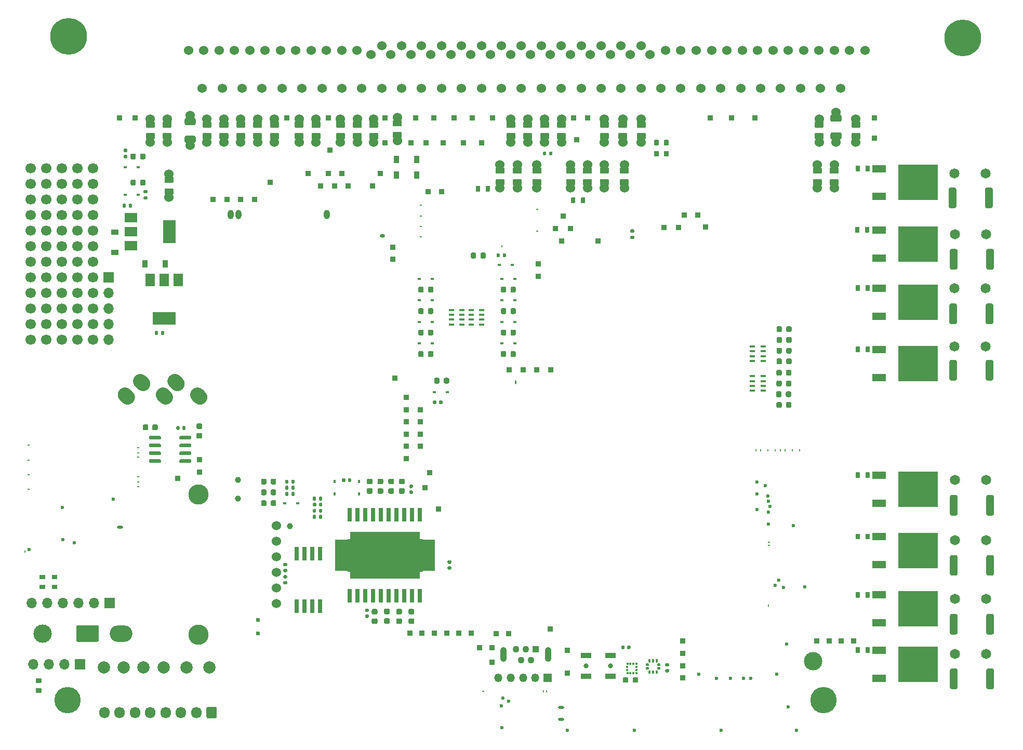
<source format=gts>
G04 #@! TF.GenerationSoftware,KiCad,Pcbnew,(5.99.0-12439-g94954386e6)*
G04 #@! TF.CreationDate,2021-09-22T00:01:15+03:00*
G04 #@! TF.ProjectId,hellen88bmw,68656c6c-656e-4383-9862-6d772e6b6963,A*
G04 #@! TF.SameCoordinates,PX3d1b110PY9269338*
G04 #@! TF.FileFunction,Soldermask,Top*
G04 #@! TF.FilePolarity,Negative*
%FSLAX46Y46*%
G04 Gerber Fmt 4.6, Leading zero omitted, Abs format (unit mm)*
G04 Created by KiCad (PCBNEW (5.99.0-12439-g94954386e6)) date 2021-09-22 00:01:15*
%MOMM*%
%LPD*%
G01*
G04 APERTURE LIST*
%ADD10C,0.010000*%
%ADD11C,6.000000*%
%ADD12C,1.524000*%
%ADD13R,2.200000X1.200000*%
%ADD14R,6.400000X5.800000*%
%ADD15R,1.700000X1.700000*%
%ADD16O,1.700000X1.700000*%
%ADD17R,0.640000X2.160000*%
%ADD18C,4.300000*%
%ADD19C,1.650000*%
%ADD20R,0.600000X0.450000*%
%ADD21R,0.850000X0.850000*%
%ADD22R,0.900000X1.200000*%
%ADD23R,1.350000X1.350000*%
%ADD24O,1.350000X1.350000*%
%ADD25C,3.000000*%
%ADD26C,0.800000*%
%ADD27R,1.700000X0.900000*%
%ADD28C,1.700000*%
%ADD29R,0.900000X0.400000*%
%ADD30C,2.000000*%
%ADD31C,1.000000*%
%ADD32R,0.800000X2.200000*%
%ADD33R,2.032000X5.080000*%
%ADD34R,11.430000X7.620000*%
%ADD35O,0.499999X0.250000*%
%ADD36O,0.250000X0.499999*%
%ADD37C,0.599999*%
%ADD38R,0.350000X0.375000*%
%ADD39R,0.375000X0.350000*%
%ADD40O,0.500000X0.250000*%
%ADD41O,0.250000X0.500000*%
%ADD42O,3.700000X2.700000*%
%ADD43O,1.000001X0.499999*%
%ADD44O,1.700000X1.850000*%
%ADD45R,1.100000X1.100000*%
%ADD46C,1.100000*%
%ADD47O,1.100000X2.400000*%
%ADD48C,3.302000*%
%ADD49O,1.000001X1.500000*%
%ADD50O,0.800001X0.599999*%
%ADD51O,0.200000X0.499999*%
%ADD52O,0.200000X0.399999*%
%ADD53R,1.500000X2.000000*%
%ADD54R,3.800000X2.000000*%
%ADD55R,2.000000X1.500000*%
%ADD56R,2.000000X3.800000*%
%ADD57R,0.450000X0.600000*%
%ADD58R,1.200000X0.900000*%
G04 APERTURE END LIST*
D10*
G04 #@! TO.C,U6*
X65284150Y26631400D02*
X64865600Y26631400D01*
X64865600Y26631400D02*
X64865600Y31919860D01*
X64865600Y31919860D02*
X65284150Y31919860D01*
X65284150Y31919860D02*
X65284150Y26631400D01*
G36*
X65284150Y26631400D02*
G01*
X64865600Y26631400D01*
X64865600Y31919860D01*
X65284150Y31919860D01*
X65284150Y26631400D01*
G37*
X65284150Y26631400D02*
X64865600Y26631400D01*
X64865600Y31919860D01*
X65284150Y31919860D01*
X65284150Y26631400D01*
X53480550Y26631400D02*
X53080000Y26631400D01*
X53080000Y26631400D02*
X53080000Y31917320D01*
X53080000Y31917320D02*
X53480550Y31917320D01*
X53480550Y31917320D02*
X53480550Y26631400D01*
G36*
X53480550Y26631400D02*
G01*
X53080000Y26631400D01*
X53080000Y31917320D01*
X53480550Y31917320D01*
X53480550Y26631400D01*
G37*
X53480550Y26631400D02*
X53080000Y26631400D01*
X53080000Y31917320D01*
X53480550Y31917320D01*
X53480550Y26631400D01*
G04 #@! TD*
D11*
G04 #@! TO.C,PP1*
X7632400Y113856400D03*
X153342400Y113606400D03*
D12*
X27142400Y111606400D03*
X32142400Y111606400D03*
X37142400Y111606400D03*
X42142400Y111606400D03*
X47142400Y111606400D03*
X52142400Y111606400D03*
X56892400Y110856400D03*
X60142400Y110856400D03*
X63392400Y110856400D03*
X66642400Y110856400D03*
X69892400Y110856400D03*
X73142400Y110856400D03*
X76392400Y110856400D03*
X79642400Y110856400D03*
X82892400Y110856400D03*
X86142400Y110856400D03*
X89392400Y110856400D03*
X92642400Y110856400D03*
X95892400Y110856400D03*
X99142400Y110856400D03*
X102392400Y110856400D03*
X107392400Y111606400D03*
X112392400Y111606400D03*
X117392400Y111606400D03*
X122392400Y111606400D03*
X127392400Y111606400D03*
X132392400Y111606400D03*
X137392400Y111606400D03*
X29642400Y111606400D03*
X34642400Y111606400D03*
X39642400Y111606400D03*
X44642400Y111606400D03*
X49642400Y111606400D03*
X54642400Y111606400D03*
X58642400Y112356400D03*
X61892400Y112356400D03*
X65142400Y112356400D03*
X68392400Y112356400D03*
X71642400Y112356400D03*
X74892400Y112356400D03*
X78142400Y112356400D03*
X81392400Y112356400D03*
X84642400Y112356400D03*
X87892400Y112356400D03*
X91142400Y112356400D03*
X94392400Y112356400D03*
X97642400Y112356400D03*
X100892400Y112356400D03*
X104892400Y111606400D03*
X109892400Y111606400D03*
X114892400Y111606400D03*
X119892400Y111606400D03*
X124892400Y111606400D03*
X129892400Y111606400D03*
X134892400Y111606400D03*
X29392400Y105356400D03*
X32642400Y105356400D03*
X35892400Y105356400D03*
X39142400Y105356400D03*
X42392400Y105356400D03*
X45642400Y105356400D03*
X48892400Y105356400D03*
X52142400Y105356400D03*
X55392400Y105356400D03*
X58642400Y105356400D03*
X61892400Y105356400D03*
X65142400Y105356400D03*
X68392400Y105356400D03*
X71642400Y105356400D03*
X74892400Y105356400D03*
X78142400Y105356400D03*
X81392400Y105356400D03*
X84642400Y105356400D03*
X87892400Y105356400D03*
X91142400Y105356400D03*
X94392400Y105356400D03*
X97642400Y105356400D03*
X100892400Y105356400D03*
X104142400Y105356400D03*
X107392400Y105356400D03*
X110642400Y105356400D03*
X113892400Y105356400D03*
X117142400Y105356400D03*
X120392400Y105356400D03*
X123642400Y105356400D03*
X126892400Y105356400D03*
X130142400Y105356400D03*
X133392400Y105356400D03*
G04 #@! TD*
G04 #@! TO.C,JP1*
X20926000Y100428000D03*
G36*
G01*
X20301000Y99973001D02*
X21551000Y99973001D01*
G75*
G02*
X21651000Y99873001I0J-100000D01*
G01*
X21651000Y99073001D01*
G75*
G02*
X21551000Y98973001I-100000J0D01*
G01*
X20301000Y98973001D01*
G75*
G02*
X20201000Y99073001I0J100000D01*
G01*
X20201000Y99873001D01*
G75*
G02*
X20301000Y99973001I100000J0D01*
G01*
G37*
G36*
G01*
X20301000Y98072979D02*
X21551000Y98072979D01*
G75*
G02*
X21651000Y97972979I0J-100000D01*
G01*
X21651000Y97172979D01*
G75*
G02*
X21551000Y97072979I-100000J0D01*
G01*
X20301000Y97072979D01*
G75*
G02*
X20201000Y97172979I0J100000D01*
G01*
X20201000Y97972979D01*
G75*
G02*
X20301000Y98072979I100000J0D01*
G01*
G37*
X20926000Y96618000D03*
G04 #@! TD*
G04 #@! TO.C,JP3*
X30176000Y100428000D03*
G36*
G01*
X29551000Y99973001D02*
X30801000Y99973001D01*
G75*
G02*
X30901000Y99873001I0J-100000D01*
G01*
X30901000Y99073001D01*
G75*
G02*
X30801000Y98973001I-100000J0D01*
G01*
X29551000Y98973001D01*
G75*
G02*
X29451000Y99073001I0J100000D01*
G01*
X29451000Y99873001D01*
G75*
G02*
X29551000Y99973001I100000J0D01*
G01*
G37*
G36*
G01*
X29551000Y98072979D02*
X30801000Y98072979D01*
G75*
G02*
X30901000Y97972979I0J-100000D01*
G01*
X30901000Y97172979D01*
G75*
G02*
X30801000Y97072979I-100000J0D01*
G01*
X29551000Y97072979D01*
G75*
G02*
X29451000Y97172979I0J100000D01*
G01*
X29451000Y97972979D01*
G75*
G02*
X29551000Y98072979I100000J0D01*
G01*
G37*
X30176000Y96618000D03*
G04 #@! TD*
G04 #@! TO.C,JP4*
G36*
G01*
X35051000Y99973001D02*
X36301000Y99973001D01*
G75*
G02*
X36401000Y99873001I0J-100000D01*
G01*
X36401000Y99073001D01*
G75*
G02*
X36301000Y98973001I-100000J0D01*
G01*
X35051000Y98973001D01*
G75*
G02*
X34951000Y99073001I0J100000D01*
G01*
X34951000Y99873001D01*
G75*
G02*
X35051000Y99973001I100000J0D01*
G01*
G37*
X35676000Y100428000D03*
X35676000Y96618000D03*
G36*
G01*
X35051000Y98072979D02*
X36301000Y98072979D01*
G75*
G02*
X36401000Y97972979I0J-100000D01*
G01*
X36401000Y97172979D01*
G75*
G02*
X36301000Y97072979I-100000J0D01*
G01*
X35051000Y97072979D01*
G75*
G02*
X34951000Y97172979I0J100000D01*
G01*
X34951000Y97972979D01*
G75*
G02*
X35051000Y98072979I100000J0D01*
G01*
G37*
G04 #@! TD*
G04 #@! TO.C,JP5*
X45176000Y100428000D03*
G36*
G01*
X44551000Y99973001D02*
X45801000Y99973001D01*
G75*
G02*
X45901000Y99873001I0J-100000D01*
G01*
X45901000Y99073001D01*
G75*
G02*
X45801000Y98973001I-100000J0D01*
G01*
X44551000Y98973001D01*
G75*
G02*
X44451000Y99073001I0J100000D01*
G01*
X44451000Y99873001D01*
G75*
G02*
X44551000Y99973001I100000J0D01*
G01*
G37*
X45176000Y96618000D03*
G36*
G01*
X44551000Y98072979D02*
X45801000Y98072979D01*
G75*
G02*
X45901000Y97972979I0J-100000D01*
G01*
X45901000Y97172979D01*
G75*
G02*
X45801000Y97072979I-100000J0D01*
G01*
X44551000Y97072979D01*
G75*
G02*
X44451000Y97172979I0J100000D01*
G01*
X44451000Y97972979D01*
G75*
G02*
X44551000Y98072979I100000J0D01*
G01*
G37*
G04 #@! TD*
G04 #@! TO.C,JP7*
G36*
G01*
X51301000Y99973001D02*
X52551000Y99973001D01*
G75*
G02*
X52651000Y99873001I0J-100000D01*
G01*
X52651000Y99073001D01*
G75*
G02*
X52551000Y98973001I-100000J0D01*
G01*
X51301000Y98973001D01*
G75*
G02*
X51201000Y99073001I0J100000D01*
G01*
X51201000Y99873001D01*
G75*
G02*
X51301000Y99973001I100000J0D01*
G01*
G37*
X51926000Y100428000D03*
G36*
G01*
X51301000Y98072979D02*
X52551000Y98072979D01*
G75*
G02*
X52651000Y97972979I0J-100000D01*
G01*
X52651000Y97172979D01*
G75*
G02*
X52551000Y97072979I-100000J0D01*
G01*
X51301000Y97072979D01*
G75*
G02*
X51201000Y97172979I0J100000D01*
G01*
X51201000Y97972979D01*
G75*
G02*
X51301000Y98072979I100000J0D01*
G01*
G37*
X51926000Y96618000D03*
G04 #@! TD*
G04 #@! TO.C,JP16*
X85176000Y100428000D03*
G36*
G01*
X84551000Y99973001D02*
X85801000Y99973001D01*
G75*
G02*
X85901000Y99873001I0J-100000D01*
G01*
X85901000Y99073001D01*
G75*
G02*
X85801000Y98973001I-100000J0D01*
G01*
X84551000Y98973001D01*
G75*
G02*
X84451000Y99073001I0J100000D01*
G01*
X84451000Y99873001D01*
G75*
G02*
X84551000Y99973001I100000J0D01*
G01*
G37*
G36*
G01*
X84551000Y98072979D02*
X85801000Y98072979D01*
G75*
G02*
X85901000Y97972979I0J-100000D01*
G01*
X85901000Y97172979D01*
G75*
G02*
X85801000Y97072979I-100000J0D01*
G01*
X84551000Y97072979D01*
G75*
G02*
X84451000Y97172979I0J100000D01*
G01*
X84451000Y97972979D01*
G75*
G02*
X84551000Y98072979I100000J0D01*
G01*
G37*
X85176000Y96618000D03*
G04 #@! TD*
G04 #@! TO.C,JP17*
G36*
G01*
X87301000Y99973001D02*
X88551000Y99973001D01*
G75*
G02*
X88651000Y99873001I0J-100000D01*
G01*
X88651000Y99073001D01*
G75*
G02*
X88551000Y98973001I-100000J0D01*
G01*
X87301000Y98973001D01*
G75*
G02*
X87201000Y99073001I0J100000D01*
G01*
X87201000Y99873001D01*
G75*
G02*
X87301000Y99973001I100000J0D01*
G01*
G37*
X87926000Y100428000D03*
G36*
G01*
X87301000Y98072979D02*
X88551000Y98072979D01*
G75*
G02*
X88651000Y97972979I0J-100000D01*
G01*
X88651000Y97172979D01*
G75*
G02*
X88551000Y97072979I-100000J0D01*
G01*
X87301000Y97072979D01*
G75*
G02*
X87201000Y97172979I0J100000D01*
G01*
X87201000Y97972979D01*
G75*
G02*
X87301000Y98072979I100000J0D01*
G01*
G37*
X87926000Y96618000D03*
G04 #@! TD*
G04 #@! TO.C,JP20*
G36*
G01*
X94301000Y92473001D02*
X95551000Y92473001D01*
G75*
G02*
X95651000Y92373001I0J-100000D01*
G01*
X95651000Y91573001D01*
G75*
G02*
X95551000Y91473001I-100000J0D01*
G01*
X94301000Y91473001D01*
G75*
G02*
X94201000Y91573001I0J100000D01*
G01*
X94201000Y92373001D01*
G75*
G02*
X94301000Y92473001I100000J0D01*
G01*
G37*
X94926000Y92928000D03*
X94926000Y89118000D03*
G36*
G01*
X94301000Y90572979D02*
X95551000Y90572979D01*
G75*
G02*
X95651000Y90472979I0J-100000D01*
G01*
X95651000Y89672979D01*
G75*
G02*
X95551000Y89572979I-100000J0D01*
G01*
X94301000Y89572979D01*
G75*
G02*
X94201000Y89672979I0J100000D01*
G01*
X94201000Y90472979D01*
G75*
G02*
X94301000Y90572979I100000J0D01*
G01*
G37*
G04 #@! TD*
G04 #@! TO.C,JP21*
X98176000Y92928000D03*
G36*
G01*
X97551000Y92473001D02*
X98801000Y92473001D01*
G75*
G02*
X98901000Y92373001I0J-100000D01*
G01*
X98901000Y91573001D01*
G75*
G02*
X98801000Y91473001I-100000J0D01*
G01*
X97551000Y91473001D01*
G75*
G02*
X97451000Y91573001I0J100000D01*
G01*
X97451000Y92373001D01*
G75*
G02*
X97551000Y92473001I100000J0D01*
G01*
G37*
G36*
G01*
X97551000Y90572979D02*
X98801000Y90572979D01*
G75*
G02*
X98901000Y90472979I0J-100000D01*
G01*
X98901000Y89672979D01*
G75*
G02*
X98801000Y89572979I-100000J0D01*
G01*
X97551000Y89572979D01*
G75*
G02*
X97451000Y89672979I0J100000D01*
G01*
X97451000Y90472979D01*
G75*
G02*
X97551000Y90572979I100000J0D01*
G01*
G37*
X98176000Y89118000D03*
G04 #@! TD*
G04 #@! TO.C,JP26*
G36*
G01*
X129301000Y99973001D02*
X130551000Y99973001D01*
G75*
G02*
X130651000Y99873001I0J-100000D01*
G01*
X130651000Y99073001D01*
G75*
G02*
X130551000Y98973001I-100000J0D01*
G01*
X129301000Y98973001D01*
G75*
G02*
X129201000Y99073001I0J100000D01*
G01*
X129201000Y99873001D01*
G75*
G02*
X129301000Y99973001I100000J0D01*
G01*
G37*
X129926000Y100428000D03*
G36*
G01*
X129301000Y98072979D02*
X130551000Y98072979D01*
G75*
G02*
X130651000Y97972979I0J-100000D01*
G01*
X130651000Y97172979D01*
G75*
G02*
X130551000Y97072979I-100000J0D01*
G01*
X129301000Y97072979D01*
G75*
G02*
X129201000Y97172979I0J100000D01*
G01*
X129201000Y97972979D01*
G75*
G02*
X129301000Y98072979I100000J0D01*
G01*
G37*
X129926000Y96618000D03*
G04 #@! TD*
G04 #@! TO.C,JP27*
X135926000Y100428000D03*
G36*
G01*
X135301000Y99973001D02*
X136551000Y99973001D01*
G75*
G02*
X136651000Y99873001I0J-100000D01*
G01*
X136651000Y99073001D01*
G75*
G02*
X136551000Y98973001I-100000J0D01*
G01*
X135301000Y98973001D01*
G75*
G02*
X135201000Y99073001I0J100000D01*
G01*
X135201000Y99873001D01*
G75*
G02*
X135301000Y99973001I100000J0D01*
G01*
G37*
G36*
G01*
X135301000Y98072979D02*
X136551000Y98072979D01*
G75*
G02*
X136651000Y97972979I0J-100000D01*
G01*
X136651000Y97172979D01*
G75*
G02*
X136551000Y97072979I-100000J0D01*
G01*
X135301000Y97072979D01*
G75*
G02*
X135201000Y97172979I0J100000D01*
G01*
X135201000Y97972979D01*
G75*
G02*
X135301000Y98072979I100000J0D01*
G01*
G37*
X135926000Y96618000D03*
G04 #@! TD*
G04 #@! TO.C,JP29*
X23676000Y100428000D03*
G36*
G01*
X23051000Y99973001D02*
X24301000Y99973001D01*
G75*
G02*
X24401000Y99873001I0J-100000D01*
G01*
X24401000Y99073001D01*
G75*
G02*
X24301000Y98973001I-100000J0D01*
G01*
X23051000Y98973001D01*
G75*
G02*
X22951000Y99073001I0J100000D01*
G01*
X22951000Y99873001D01*
G75*
G02*
X23051000Y99973001I100000J0D01*
G01*
G37*
G36*
G01*
X23051000Y98072979D02*
X24301000Y98072979D01*
G75*
G02*
X24401000Y97972979I0J-100000D01*
G01*
X24401000Y97172979D01*
G75*
G02*
X24301000Y97072979I-100000J0D01*
G01*
X23051000Y97072979D01*
G75*
G02*
X22951000Y97172979I0J100000D01*
G01*
X22951000Y97972979D01*
G75*
G02*
X23051000Y98072979I100000J0D01*
G01*
G37*
X23676000Y96618000D03*
G04 #@! TD*
G04 #@! TO.C,JP31*
G36*
G01*
X32301000Y99973001D02*
X33551000Y99973001D01*
G75*
G02*
X33651000Y99873001I0J-100000D01*
G01*
X33651000Y99073001D01*
G75*
G02*
X33551000Y98973001I-100000J0D01*
G01*
X32301000Y98973001D01*
G75*
G02*
X32201000Y99073001I0J100000D01*
G01*
X32201000Y99873001D01*
G75*
G02*
X32301000Y99973001I100000J0D01*
G01*
G37*
X32926000Y100428000D03*
X32926000Y96618000D03*
G36*
G01*
X32301000Y98072979D02*
X33551000Y98072979D01*
G75*
G02*
X33651000Y97972979I0J-100000D01*
G01*
X33651000Y97172979D01*
G75*
G02*
X33551000Y97072979I-100000J0D01*
G01*
X32301000Y97072979D01*
G75*
G02*
X32201000Y97172979I0J100000D01*
G01*
X32201000Y97972979D01*
G75*
G02*
X32301000Y98072979I100000J0D01*
G01*
G37*
G04 #@! TD*
G04 #@! TO.C,JP32*
X41176000Y100428000D03*
G36*
G01*
X40551000Y99973001D02*
X41801000Y99973001D01*
G75*
G02*
X41901000Y99873001I0J-100000D01*
G01*
X41901000Y99073001D01*
G75*
G02*
X41801000Y98973001I-100000J0D01*
G01*
X40551000Y98973001D01*
G75*
G02*
X40451000Y99073001I0J100000D01*
G01*
X40451000Y99873001D01*
G75*
G02*
X40551000Y99973001I100000J0D01*
G01*
G37*
X41176000Y96618000D03*
G36*
G01*
X40551000Y98072979D02*
X41801000Y98072979D01*
G75*
G02*
X41901000Y97972979I0J-100000D01*
G01*
X41901000Y97172979D01*
G75*
G02*
X41801000Y97072979I-100000J0D01*
G01*
X40551000Y97072979D01*
G75*
G02*
X40451000Y97172979I0J100000D01*
G01*
X40451000Y97972979D01*
G75*
G02*
X40551000Y98072979I100000J0D01*
G01*
G37*
G04 #@! TD*
G04 #@! TO.C,JP33*
G36*
G01*
X47301000Y99973001D02*
X48551000Y99973001D01*
G75*
G02*
X48651000Y99873001I0J-100000D01*
G01*
X48651000Y99073001D01*
G75*
G02*
X48551000Y98973001I-100000J0D01*
G01*
X47301000Y98973001D01*
G75*
G02*
X47201000Y99073001I0J100000D01*
G01*
X47201000Y99873001D01*
G75*
G02*
X47301000Y99973001I100000J0D01*
G01*
G37*
X47926000Y100428000D03*
G36*
G01*
X47301000Y98072979D02*
X48551000Y98072979D01*
G75*
G02*
X48651000Y97972979I0J-100000D01*
G01*
X48651000Y97172979D01*
G75*
G02*
X48551000Y97072979I-100000J0D01*
G01*
X47301000Y97072979D01*
G75*
G02*
X47201000Y97172979I0J100000D01*
G01*
X47201000Y97972979D01*
G75*
G02*
X47301000Y98072979I100000J0D01*
G01*
G37*
X47926000Y96618000D03*
G04 #@! TD*
G04 #@! TO.C,JP35*
X57326000Y100428000D03*
G36*
G01*
X56701000Y99973001D02*
X57951000Y99973001D01*
G75*
G02*
X58051000Y99873001I0J-100000D01*
G01*
X58051000Y99073001D01*
G75*
G02*
X57951000Y98973001I-100000J0D01*
G01*
X56701000Y98973001D01*
G75*
G02*
X56601000Y99073001I0J100000D01*
G01*
X56601000Y99873001D01*
G75*
G02*
X56701000Y99973001I100000J0D01*
G01*
G37*
X57326000Y96618000D03*
G36*
G01*
X56701000Y98072979D02*
X57951000Y98072979D01*
G75*
G02*
X58051000Y97972979I0J-100000D01*
G01*
X58051000Y97172979D01*
G75*
G02*
X57951000Y97072979I-100000J0D01*
G01*
X56701000Y97072979D01*
G75*
G02*
X56601000Y97172979I0J100000D01*
G01*
X56601000Y97972979D01*
G75*
G02*
X56701000Y98072979I100000J0D01*
G01*
G37*
G04 #@! TD*
G04 #@! TO.C,JP41*
G36*
G01*
X77301000Y92473001D02*
X78551000Y92473001D01*
G75*
G02*
X78651000Y92373001I0J-100000D01*
G01*
X78651000Y91573001D01*
G75*
G02*
X78551000Y91473001I-100000J0D01*
G01*
X77301000Y91473001D01*
G75*
G02*
X77201000Y91573001I0J100000D01*
G01*
X77201000Y92373001D01*
G75*
G02*
X77301000Y92473001I100000J0D01*
G01*
G37*
X77926000Y92928000D03*
G36*
G01*
X77301000Y90572979D02*
X78551000Y90572979D01*
G75*
G02*
X78651000Y90472979I0J-100000D01*
G01*
X78651000Y89672979D01*
G75*
G02*
X78551000Y89572979I-100000J0D01*
G01*
X77301000Y89572979D01*
G75*
G02*
X77201000Y89672979I0J100000D01*
G01*
X77201000Y90472979D01*
G75*
G02*
X77301000Y90572979I100000J0D01*
G01*
G37*
X77926000Y89118000D03*
G04 #@! TD*
G04 #@! TO.C,JP42*
X80726000Y92928000D03*
G36*
G01*
X80101000Y92473001D02*
X81351000Y92473001D01*
G75*
G02*
X81451000Y92373001I0J-100000D01*
G01*
X81451000Y91573001D01*
G75*
G02*
X81351000Y91473001I-100000J0D01*
G01*
X80101000Y91473001D01*
G75*
G02*
X80001000Y91573001I0J100000D01*
G01*
X80001000Y92373001D01*
G75*
G02*
X80101000Y92473001I100000J0D01*
G01*
G37*
G36*
G01*
X80101000Y90572979D02*
X81351000Y90572979D01*
G75*
G02*
X81451000Y90472979I0J-100000D01*
G01*
X81451000Y89672979D01*
G75*
G02*
X81351000Y89572979I-100000J0D01*
G01*
X80101000Y89572979D01*
G75*
G02*
X80001000Y89672979I0J100000D01*
G01*
X80001000Y90472979D01*
G75*
G02*
X80101000Y90572979I100000J0D01*
G01*
G37*
X80726000Y89118000D03*
G04 #@! TD*
G04 #@! TO.C,JP43*
G36*
G01*
X81801000Y99973001D02*
X83051000Y99973001D01*
G75*
G02*
X83151000Y99873001I0J-100000D01*
G01*
X83151000Y99073001D01*
G75*
G02*
X83051000Y98973001I-100000J0D01*
G01*
X81801000Y98973001D01*
G75*
G02*
X81701000Y99073001I0J100000D01*
G01*
X81701000Y99873001D01*
G75*
G02*
X81801000Y99973001I100000J0D01*
G01*
G37*
X82426000Y100428000D03*
X82426000Y96618000D03*
G36*
G01*
X81801000Y98072979D02*
X83051000Y98072979D01*
G75*
G02*
X83151000Y97972979I0J-100000D01*
G01*
X83151000Y97172979D01*
G75*
G02*
X83051000Y97072979I-100000J0D01*
G01*
X81801000Y97072979D01*
G75*
G02*
X81701000Y97172979I0J100000D01*
G01*
X81701000Y97972979D01*
G75*
G02*
X81801000Y98072979I100000J0D01*
G01*
G37*
G04 #@! TD*
G04 #@! TO.C,JP46*
X89426000Y92928000D03*
G36*
G01*
X88801000Y92473001D02*
X90051000Y92473001D01*
G75*
G02*
X90151000Y92373001I0J-100000D01*
G01*
X90151000Y91573001D01*
G75*
G02*
X90051000Y91473001I-100000J0D01*
G01*
X88801000Y91473001D01*
G75*
G02*
X88701000Y91573001I0J100000D01*
G01*
X88701000Y92373001D01*
G75*
G02*
X88801000Y92473001I100000J0D01*
G01*
G37*
G36*
G01*
X88801000Y90572979D02*
X90051000Y90572979D01*
G75*
G02*
X90151000Y90472979I0J-100000D01*
G01*
X90151000Y89672979D01*
G75*
G02*
X90051000Y89572979I-100000J0D01*
G01*
X88801000Y89572979D01*
G75*
G02*
X88701000Y89672979I0J100000D01*
G01*
X88701000Y90472979D01*
G75*
G02*
X88801000Y90572979I100000J0D01*
G01*
G37*
X89426000Y89118000D03*
G04 #@! TD*
G04 #@! TO.C,JP47*
G36*
G01*
X91551000Y92473001D02*
X92801000Y92473001D01*
G75*
G02*
X92901000Y92373001I0J-100000D01*
G01*
X92901000Y91573001D01*
G75*
G02*
X92801000Y91473001I-100000J0D01*
G01*
X91551000Y91473001D01*
G75*
G02*
X91451000Y91573001I0J100000D01*
G01*
X91451000Y92373001D01*
G75*
G02*
X91551000Y92473001I100000J0D01*
G01*
G37*
X92176000Y92928000D03*
X92176000Y89118000D03*
G36*
G01*
X91551000Y90572979D02*
X92801000Y90572979D01*
G75*
G02*
X92901000Y90472979I0J-100000D01*
G01*
X92901000Y89672979D01*
G75*
G02*
X92801000Y89572979I-100000J0D01*
G01*
X91551000Y89572979D01*
G75*
G02*
X91451000Y89672979I0J100000D01*
G01*
X91451000Y90472979D01*
G75*
G02*
X91551000Y90572979I100000J0D01*
G01*
G37*
G04 #@! TD*
G04 #@! TO.C,JP54*
G36*
G01*
X131776000Y100178010D02*
X131776000Y100868010D01*
G75*
G02*
X132006000Y101098010I230000J0D01*
G01*
X133346000Y101098010D01*
G75*
G02*
X133576000Y100868010I0J-230000D01*
G01*
X133576000Y100178010D01*
G75*
G02*
X133346000Y99948010I-230000J0D01*
G01*
X132006000Y99948010D01*
G75*
G02*
X131776000Y100178010I0J230000D01*
G01*
G37*
X132676000Y101523000D03*
X132676000Y96623000D03*
G36*
G01*
X131776000Y97277990D02*
X131776000Y97967990D01*
G75*
G02*
X132006000Y98197990I230000J0D01*
G01*
X133346000Y98197990D01*
G75*
G02*
X133576000Y97967990I0J-230000D01*
G01*
X133576000Y97277990D01*
G75*
G02*
X133346000Y97047990I-230000J0D01*
G01*
X132006000Y97047990D01*
G75*
G02*
X131776000Y97277990I0J230000D01*
G01*
G37*
G04 #@! TD*
G04 #@! TO.C,JP56*
G36*
G01*
X26526000Y99628010D02*
X26526000Y100318010D01*
G75*
G02*
X26756000Y100548010I230000J0D01*
G01*
X28096000Y100548010D01*
G75*
G02*
X28326000Y100318010I0J-230000D01*
G01*
X28326000Y99628010D01*
G75*
G02*
X28096000Y99398010I-230000J0D01*
G01*
X26756000Y99398010D01*
G75*
G02*
X26526000Y99628010I0J230000D01*
G01*
G37*
X27426000Y100973000D03*
X27426000Y96073000D03*
G36*
G01*
X26526000Y96727990D02*
X26526000Y97417990D01*
G75*
G02*
X26756000Y97647990I230000J0D01*
G01*
X28096000Y97647990D01*
G75*
G02*
X28326000Y97417990I0J-230000D01*
G01*
X28326000Y96727990D01*
G75*
G02*
X28096000Y96497990I-230000J0D01*
G01*
X26756000Y96497990D01*
G75*
G02*
X26526000Y96727990I0J230000D01*
G01*
G37*
G04 #@! TD*
G04 #@! TO.C,JP73*
X83926000Y92928000D03*
G36*
G01*
X83301000Y92473001D02*
X84551000Y92473001D01*
G75*
G02*
X84651000Y92373001I0J-100000D01*
G01*
X84651000Y91573001D01*
G75*
G02*
X84551000Y91473001I-100000J0D01*
G01*
X83301000Y91473001D01*
G75*
G02*
X83201000Y91573001I0J100000D01*
G01*
X83201000Y92373001D01*
G75*
G02*
X83301000Y92473001I100000J0D01*
G01*
G37*
X83926000Y89118000D03*
G36*
G01*
X83301000Y90572979D02*
X84551000Y90572979D01*
G75*
G02*
X84651000Y90472979I0J-100000D01*
G01*
X84651000Y89672979D01*
G75*
G02*
X84551000Y89572979I-100000J0D01*
G01*
X83301000Y89572979D01*
G75*
G02*
X83201000Y89672979I0J100000D01*
G01*
X83201000Y90472979D01*
G75*
G02*
X83301000Y90572979I100000J0D01*
G01*
G37*
G04 #@! TD*
G04 #@! TO.C,JP77*
G36*
G01*
X94301000Y99973001D02*
X95551000Y99973001D01*
G75*
G02*
X95651000Y99873001I0J-100000D01*
G01*
X95651000Y99073001D01*
G75*
G02*
X95551000Y98973001I-100000J0D01*
G01*
X94301000Y98973001D01*
G75*
G02*
X94201000Y99073001I0J100000D01*
G01*
X94201000Y99873001D01*
G75*
G02*
X94301000Y99973001I100000J0D01*
G01*
G37*
X94926000Y100428000D03*
G36*
G01*
X94301000Y98072979D02*
X95551000Y98072979D01*
G75*
G02*
X95651000Y97972979I0J-100000D01*
G01*
X95651000Y97172979D01*
G75*
G02*
X95551000Y97072979I-100000J0D01*
G01*
X94301000Y97072979D01*
G75*
G02*
X94201000Y97172979I0J100000D01*
G01*
X94201000Y97972979D01*
G75*
G02*
X94301000Y98072979I100000J0D01*
G01*
G37*
X94926000Y96618000D03*
G04 #@! TD*
G04 #@! TO.C,JP78*
X100926000Y100428000D03*
G36*
G01*
X100301000Y99973001D02*
X101551000Y99973001D01*
G75*
G02*
X101651000Y99873001I0J-100000D01*
G01*
X101651000Y99073001D01*
G75*
G02*
X101551000Y98973001I-100000J0D01*
G01*
X100301000Y98973001D01*
G75*
G02*
X100201000Y99073001I0J100000D01*
G01*
X100201000Y99873001D01*
G75*
G02*
X100301000Y99973001I100000J0D01*
G01*
G37*
G36*
G01*
X100301000Y98072979D02*
X101551000Y98072979D01*
G75*
G02*
X101651000Y97972979I0J-100000D01*
G01*
X101651000Y97172979D01*
G75*
G02*
X101551000Y97072979I-100000J0D01*
G01*
X100301000Y97072979D01*
G75*
G02*
X100201000Y97172979I0J100000D01*
G01*
X100201000Y97972979D01*
G75*
G02*
X100301000Y98072979I100000J0D01*
G01*
G37*
X100926000Y96618000D03*
G04 #@! TD*
G04 #@! TO.C,JP85*
G36*
G01*
X131751000Y92473001D02*
X133001000Y92473001D01*
G75*
G02*
X133101000Y92373001I0J-100000D01*
G01*
X133101000Y91573001D01*
G75*
G02*
X133001000Y91473001I-100000J0D01*
G01*
X131751000Y91473001D01*
G75*
G02*
X131651000Y91573001I0J100000D01*
G01*
X131651000Y92373001D01*
G75*
G02*
X131751000Y92473001I100000J0D01*
G01*
G37*
X132376000Y92928000D03*
X132376000Y89118000D03*
G36*
G01*
X131751000Y90572979D02*
X133001000Y90572979D01*
G75*
G02*
X133101000Y90472979I0J-100000D01*
G01*
X133101000Y89672979D01*
G75*
G02*
X133001000Y89572979I-100000J0D01*
G01*
X131751000Y89572979D01*
G75*
G02*
X131651000Y89672979I0J100000D01*
G01*
X131651000Y90472979D01*
G75*
G02*
X131751000Y90572979I100000J0D01*
G01*
G37*
G04 #@! TD*
G04 #@! TO.C,JP86*
X129626000Y92928000D03*
G36*
G01*
X129001000Y92473001D02*
X130251000Y92473001D01*
G75*
G02*
X130351000Y92373001I0J-100000D01*
G01*
X130351000Y91573001D01*
G75*
G02*
X130251000Y91473001I-100000J0D01*
G01*
X129001000Y91473001D01*
G75*
G02*
X128901000Y91573001I0J100000D01*
G01*
X128901000Y92373001D01*
G75*
G02*
X129001000Y92473001I100000J0D01*
G01*
G37*
G36*
G01*
X129001000Y90572979D02*
X130251000Y90572979D01*
G75*
G02*
X130351000Y90472979I0J-100000D01*
G01*
X130351000Y89672979D01*
G75*
G02*
X130251000Y89572979I-100000J0D01*
G01*
X129001000Y89572979D01*
G75*
G02*
X128901000Y89672979I0J100000D01*
G01*
X128901000Y90472979D01*
G75*
G02*
X129001000Y90572979I100000J0D01*
G01*
G37*
X129626000Y89118000D03*
G04 #@! TD*
G04 #@! TO.C,JP59*
X38426000Y100428000D03*
G36*
G01*
X37801000Y99973001D02*
X39051000Y99973001D01*
G75*
G02*
X39151000Y99873001I0J-100000D01*
G01*
X39151000Y99073001D01*
G75*
G02*
X39051000Y98973001I-100000J0D01*
G01*
X37801000Y98973001D01*
G75*
G02*
X37701000Y99073001I0J100000D01*
G01*
X37701000Y99873001D01*
G75*
G02*
X37801000Y99973001I100000J0D01*
G01*
G37*
X38426000Y96618000D03*
G36*
G01*
X37801000Y98072979D02*
X39051000Y98072979D01*
G75*
G02*
X39151000Y97972979I0J-100000D01*
G01*
X39151000Y97172979D01*
G75*
G02*
X39051000Y97072979I-100000J0D01*
G01*
X37801000Y97072979D01*
G75*
G02*
X37701000Y97172979I0J100000D01*
G01*
X37701000Y97972979D01*
G75*
G02*
X37801000Y98072979I100000J0D01*
G01*
G37*
G04 #@! TD*
D13*
G04 #@! TO.C,Q1*
X139726000Y32303000D03*
D14*
X146026000Y30023000D03*
D13*
X139726000Y27743000D03*
G04 #@! TD*
G04 #@! TO.C,Q6*
X139726000Y92303000D03*
D14*
X146026000Y90023000D03*
D13*
X139726000Y87743000D03*
G04 #@! TD*
G04 #@! TO.C,Q2*
X139726000Y42303000D03*
D14*
X146026000Y40023000D03*
D13*
X139726000Y37743000D03*
G04 #@! TD*
G04 #@! TO.C,Q5*
X139726000Y82303000D03*
D14*
X146026000Y80023000D03*
D13*
X139726000Y77743000D03*
G04 #@! TD*
G04 #@! TO.C,Q3*
X139726000Y62803000D03*
D14*
X146026000Y60523000D03*
D13*
X139726000Y58243000D03*
G04 #@! TD*
G04 #@! TO.C,Q4*
X139726000Y72803000D03*
D14*
X146026000Y70523000D03*
D13*
X139726000Y68243000D03*
G04 #@! TD*
G04 #@! TO.C,C1*
G36*
G01*
X42756000Y26033000D02*
X43096000Y26033000D01*
G75*
G02*
X43236000Y25893000I0J-140000D01*
G01*
X43236000Y25613000D01*
G75*
G02*
X43096000Y25473000I-140000J0D01*
G01*
X42756000Y25473000D01*
G75*
G02*
X42616000Y25613000I0J140000D01*
G01*
X42616000Y25893000D01*
G75*
G02*
X42756000Y26033000I140000J0D01*
G01*
G37*
G36*
G01*
X42756000Y25073000D02*
X43096000Y25073000D01*
G75*
G02*
X43236000Y24933000I0J-140000D01*
G01*
X43236000Y24653000D01*
G75*
G02*
X43096000Y24513000I-140000J0D01*
G01*
X42756000Y24513000D01*
G75*
G02*
X42616000Y24653000I0J140000D01*
G01*
X42616000Y24933000D01*
G75*
G02*
X42756000Y25073000I140000J0D01*
G01*
G37*
G04 #@! TD*
G04 #@! TO.C,C2*
G36*
G01*
X43096000Y26513000D02*
X42756000Y26513000D01*
G75*
G02*
X42616000Y26653000I0J140000D01*
G01*
X42616000Y26933000D01*
G75*
G02*
X42756000Y27073000I140000J0D01*
G01*
X43096000Y27073000D01*
G75*
G02*
X43236000Y26933000I0J-140000D01*
G01*
X43236000Y26653000D01*
G75*
G02*
X43096000Y26513000I-140000J0D01*
G01*
G37*
G36*
G01*
X43096000Y27473000D02*
X42756000Y27473000D01*
G75*
G02*
X42616000Y27613000I0J140000D01*
G01*
X42616000Y27893000D01*
G75*
G02*
X42756000Y28033000I140000J0D01*
G01*
X43096000Y28033000D01*
G75*
G02*
X43236000Y27893000I0J-140000D01*
G01*
X43236000Y27613000D01*
G75*
G02*
X43096000Y27473000I-140000J0D01*
G01*
G37*
G04 #@! TD*
D15*
G04 #@! TO.C,J4*
X14158000Y74529000D03*
D16*
X14158000Y71989000D03*
X14158000Y69449000D03*
X14158000Y66909000D03*
X14158000Y64369000D03*
G04 #@! TD*
D17*
G04 #@! TO.C,U1*
X44771000Y21003000D03*
X46041000Y21003000D03*
X47311000Y21003000D03*
X48581000Y21003000D03*
X48581000Y29543000D03*
X47311000Y29543000D03*
X46041000Y29543000D03*
X44771000Y29543000D03*
G04 #@! TD*
D18*
G04 #@! TO.C,H1*
X130622000Y5663000D03*
G04 #@! TD*
G04 #@! TO.C,H2*
X7432000Y5663000D03*
G04 #@! TD*
G04 #@! TO.C,R1*
G36*
G01*
X16396000Y86088000D02*
X16396000Y86458000D01*
G75*
G02*
X16531000Y86593000I135000J0D01*
G01*
X16801000Y86593000D01*
G75*
G02*
X16936000Y86458000I0J-135000D01*
G01*
X16936000Y86088000D01*
G75*
G02*
X16801000Y85953000I-135000J0D01*
G01*
X16531000Y85953000D01*
G75*
G02*
X16396000Y86088000I0J135000D01*
G01*
G37*
G36*
G01*
X17416000Y86088000D02*
X17416000Y86458000D01*
G75*
G02*
X17551000Y86593000I135000J0D01*
G01*
X17821000Y86593000D01*
G75*
G02*
X17956000Y86458000I0J-135000D01*
G01*
X17956000Y86088000D01*
G75*
G02*
X17821000Y85953000I-135000J0D01*
G01*
X17551000Y85953000D01*
G75*
G02*
X17416000Y86088000I0J135000D01*
G01*
G37*
G04 #@! TD*
D19*
G04 #@! TO.C,F3*
X157066000Y72823000D03*
X151986000Y72823000D03*
G04 #@! TD*
D20*
G04 #@! TO.C,D14*
X66876000Y70823000D03*
X64776000Y70823000D03*
G04 #@! TD*
G04 #@! TO.C,R10*
G36*
G01*
X151251000Y16598000D02*
X151251000Y19448000D01*
G75*
G02*
X151501000Y19698000I250000J0D01*
G01*
X152226000Y19698000D01*
G75*
G02*
X152476000Y19448000I0J-250000D01*
G01*
X152476000Y16598000D01*
G75*
G02*
X152226000Y16348000I-250000J0D01*
G01*
X151501000Y16348000D01*
G75*
G02*
X151251000Y16598000I0J250000D01*
G01*
G37*
G36*
G01*
X157176000Y16598000D02*
X157176000Y19448000D01*
G75*
G02*
X157426000Y19698000I250000J0D01*
G01*
X158151000Y19698000D01*
G75*
G02*
X158401000Y19448000I0J-250000D01*
G01*
X158401000Y16598000D01*
G75*
G02*
X158151000Y16348000I-250000J0D01*
G01*
X157426000Y16348000D01*
G75*
G02*
X157176000Y16598000I0J250000D01*
G01*
G37*
G04 #@! TD*
G04 #@! TO.C,D23*
G36*
G01*
X122988500Y65866750D02*
X122988500Y66379250D01*
G75*
G02*
X123207250Y66598000I218750J0D01*
G01*
X123644750Y66598000D01*
G75*
G02*
X123863500Y66379250I0J-218750D01*
G01*
X123863500Y65866750D01*
G75*
G02*
X123644750Y65648000I-218750J0D01*
G01*
X123207250Y65648000D01*
G75*
G02*
X122988500Y65866750I0J218750D01*
G01*
G37*
G36*
G01*
X124563500Y65866750D02*
X124563500Y66379250D01*
G75*
G02*
X124782250Y66598000I218750J0D01*
G01*
X125219750Y66598000D01*
G75*
G02*
X125438500Y66379250I0J-218750D01*
G01*
X125438500Y65866750D01*
G75*
G02*
X125219750Y65648000I-218750J0D01*
G01*
X124782250Y65648000D01*
G75*
G02*
X124563500Y65866750I0J218750D01*
G01*
G37*
G04 #@! TD*
D21*
G04 #@! TO.C,VIN16*
X84176000Y76773000D03*
G04 #@! TD*
G04 #@! TO.C,D25*
G36*
G01*
X64601000Y65316750D02*
X64601000Y65829250D01*
G75*
G02*
X64819750Y66048000I218750J0D01*
G01*
X65257250Y66048000D01*
G75*
G02*
X65476000Y65829250I0J-218750D01*
G01*
X65476000Y65316750D01*
G75*
G02*
X65257250Y65098000I-218750J0D01*
G01*
X64819750Y65098000D01*
G75*
G02*
X64601000Y65316750I0J218750D01*
G01*
G37*
G36*
G01*
X66176000Y65316750D02*
X66176000Y65829250D01*
G75*
G02*
X66394750Y66048000I218750J0D01*
G01*
X66832250Y66048000D01*
G75*
G02*
X67051000Y65829250I0J-218750D01*
G01*
X67051000Y65316750D01*
G75*
G02*
X66832250Y65098000I-218750J0D01*
G01*
X66394750Y65098000D01*
G75*
G02*
X66176000Y65316750I0J218750D01*
G01*
G37*
G04 #@! TD*
D22*
G04 #@! TO.C,D10*
X20026000Y76773000D03*
X23326000Y76773000D03*
G04 #@! TD*
D23*
G04 #@! TO.C,J2*
X85676000Y9273000D03*
D24*
X83676000Y9273000D03*
X81676000Y9273000D03*
X79676000Y9273000D03*
X77676000Y9273000D03*
G04 #@! TD*
D25*
G04 #@! TO.C,TP4*
X128926000Y12023000D03*
G04 #@! TD*
D21*
G04 #@! TO.C,VOUT1*
X46676000Y91523000D03*
G04 #@! TD*
G04 #@! TO.C,D27*
G36*
G01*
X80501000Y69329250D02*
X80501000Y68816750D01*
G75*
G02*
X80282250Y68598000I-218750J0D01*
G01*
X79844750Y68598000D01*
G75*
G02*
X79626000Y68816750I0J218750D01*
G01*
X79626000Y69329250D01*
G75*
G02*
X79844750Y69548000I218750J0D01*
G01*
X80282250Y69548000D01*
G75*
G02*
X80501000Y69329250I0J-218750D01*
G01*
G37*
G36*
G01*
X78926000Y69329250D02*
X78926000Y68816750D01*
G75*
G02*
X78707250Y68598000I-218750J0D01*
G01*
X78269750Y68598000D01*
G75*
G02*
X78051000Y68816750I0J218750D01*
G01*
X78051000Y69329250D01*
G75*
G02*
X78269750Y69548000I218750J0D01*
G01*
X78707250Y69548000D01*
G75*
G02*
X78926000Y69329250I0J-218750D01*
G01*
G37*
G04 #@! TD*
G04 #@! TO.C,VIN5*
X93926000Y80523000D03*
G04 #@! TD*
G04 #@! TO.C,VOUT27*
X28976000Y44823000D03*
G04 #@! TD*
G04 #@! TO.C,MMCU14*
X67926000Y36773000D03*
G04 #@! TD*
G04 #@! TO.C,R6*
G36*
G01*
X99291000Y82403000D02*
X99661000Y82403000D01*
G75*
G02*
X99796000Y82268000I0J-135000D01*
G01*
X99796000Y81998000D01*
G75*
G02*
X99661000Y81863000I-135000J0D01*
G01*
X99291000Y81863000D01*
G75*
G02*
X99156000Y81998000I0J135000D01*
G01*
X99156000Y82268000D01*
G75*
G02*
X99291000Y82403000I135000J0D01*
G01*
G37*
G36*
G01*
X99291000Y81383000D02*
X99661000Y81383000D01*
G75*
G02*
X99796000Y81248000I0J-135000D01*
G01*
X99796000Y80978000D01*
G75*
G02*
X99661000Y80843000I-135000J0D01*
G01*
X99291000Y80843000D01*
G75*
G02*
X99156000Y80978000I0J135000D01*
G01*
X99156000Y81248000D01*
G75*
G02*
X99291000Y81383000I135000J0D01*
G01*
G37*
G04 #@! TD*
G04 #@! TO.C,MMCU4*
X131526001Y15323000D03*
G04 #@! TD*
G04 #@! TO.C,MMCU31*
X63226000Y16573000D03*
G04 #@! TD*
G04 #@! TO.C,C13*
G36*
G01*
X61231000Y20528000D02*
X61731000Y20528000D01*
G75*
G02*
X61956000Y20303000I0J-225000D01*
G01*
X61956000Y19853000D01*
G75*
G02*
X61731000Y19628000I-225000J0D01*
G01*
X61231000Y19628000D01*
G75*
G02*
X61006000Y19853000I0J225000D01*
G01*
X61006000Y20303000D01*
G75*
G02*
X61231000Y20528000I225000J0D01*
G01*
G37*
G36*
G01*
X61231000Y18978000D02*
X61731000Y18978000D01*
G75*
G02*
X61956000Y18753000I0J-225000D01*
G01*
X61956000Y18303000D01*
G75*
G02*
X61731000Y18078000I-225000J0D01*
G01*
X61231000Y18078000D01*
G75*
G02*
X61006000Y18303000I0J225000D01*
G01*
X61006000Y18753000D01*
G75*
G02*
X61231000Y18978000I225000J0D01*
G01*
G37*
G04 #@! TD*
G04 #@! TO.C,cr8*
X15926000Y100523000D03*
G04 #@! TD*
G04 #@! TO.C,D29*
G36*
G01*
X64601000Y61816750D02*
X64601000Y62329250D01*
G75*
G02*
X64819750Y62548000I218750J0D01*
G01*
X65257250Y62548000D01*
G75*
G02*
X65476000Y62329250I0J-218750D01*
G01*
X65476000Y61816750D01*
G75*
G02*
X65257250Y61598000I-218750J0D01*
G01*
X64819750Y61598000D01*
G75*
G02*
X64601000Y61816750I0J218750D01*
G01*
G37*
G36*
G01*
X66176000Y61816750D02*
X66176000Y62329250D01*
G75*
G02*
X66394750Y62548000I218750J0D01*
G01*
X66832250Y62548000D01*
G75*
G02*
X67051000Y62329250I0J-218750D01*
G01*
X67051000Y61816750D01*
G75*
G02*
X66832250Y61598000I-218750J0D01*
G01*
X66394750Y61598000D01*
G75*
G02*
X66176000Y61816750I0J218750D01*
G01*
G37*
G04 #@! TD*
D26*
G04 #@! TO.C,SW2*
X95926000Y11273000D03*
D27*
X95926000Y12973000D03*
X95926000Y9573000D03*
G04 #@! TD*
D20*
G04 #@! TO.C,D1*
X16876000Y88023000D03*
X18976000Y88023000D03*
G04 #@! TD*
D21*
G04 #@! TO.C,VOUT24*
X60776000Y58123000D03*
G04 #@! TD*
G04 #@! TO.C,MMCU28*
X71226000Y16573000D03*
G04 #@! TD*
G04 #@! TO.C,VOUT10*
X49926000Y91474215D03*
G04 #@! TD*
D28*
G04 #@! TO.C,G6*
X1458000Y77069000D03*
X3998000Y77069000D03*
X6538000Y77069000D03*
X9078000Y77069000D03*
X11618000Y77069000D03*
X1458000Y74529000D03*
X3998000Y74529000D03*
X6538000Y74529000D03*
X9078000Y74529000D03*
X11618000Y74529000D03*
X1458000Y71989000D03*
X3998000Y71989000D03*
X6538000Y71989000D03*
X9078000Y71989000D03*
X11618000Y71989000D03*
G04 #@! TD*
D21*
G04 #@! TO.C,cr1*
X70426000Y100523000D03*
G04 #@! TD*
G04 #@! TO.C,R33*
G36*
G01*
X42896000Y39088000D02*
X42896000Y39458000D01*
G75*
G02*
X43031000Y39593000I135000J0D01*
G01*
X43301000Y39593000D01*
G75*
G02*
X43436000Y39458000I0J-135000D01*
G01*
X43436000Y39088000D01*
G75*
G02*
X43301000Y38953000I-135000J0D01*
G01*
X43031000Y38953000D01*
G75*
G02*
X42896000Y39088000I0J135000D01*
G01*
G37*
G36*
G01*
X43916000Y39088000D02*
X43916000Y39458000D01*
G75*
G02*
X44051000Y39593000I135000J0D01*
G01*
X44321000Y39593000D01*
G75*
G02*
X44456000Y39458000I0J-135000D01*
G01*
X44456000Y39088000D01*
G75*
G02*
X44321000Y38953000I-135000J0D01*
G01*
X44051000Y38953000D01*
G75*
G02*
X43916000Y39088000I0J135000D01*
G01*
G37*
G04 #@! TD*
G04 #@! TO.C,MMCU30*
X67226000Y16573000D03*
G04 #@! TD*
D29*
G04 #@! TO.C,RN7*
X71676000Y66873000D03*
X71676000Y67673000D03*
X71676000Y68473000D03*
X71676000Y69273000D03*
X69976000Y69273000D03*
X69976000Y68473000D03*
X69976000Y67673000D03*
X69976000Y66873000D03*
G04 #@! TD*
D13*
G04 #@! TO.C,Q7*
X139726000Y22803000D03*
D14*
X146026000Y20523000D03*
D13*
X139726000Y18243000D03*
G04 #@! TD*
D21*
G04 #@! TO.C,MMCU18*
X69226000Y16573000D03*
G04 #@! TD*
G04 #@! TO.C,cr11*
X67176000Y100523000D03*
G04 #@! TD*
D30*
G04 #@! TO.C,P3*
X23090213Y11023000D03*
G04 #@! TD*
D21*
G04 #@! TO.C,MMCU9*
X77326000Y16473000D03*
G04 #@! TD*
G04 #@! TO.C,D28*
G36*
G01*
X64601000Y68816750D02*
X64601000Y69329250D01*
G75*
G02*
X64819750Y69548000I218750J0D01*
G01*
X65257250Y69548000D01*
G75*
G02*
X65476000Y69329250I0J-218750D01*
G01*
X65476000Y68816750D01*
G75*
G02*
X65257250Y68598000I-218750J0D01*
G01*
X64819750Y68598000D01*
G75*
G02*
X64601000Y68816750I0J218750D01*
G01*
G37*
G36*
G01*
X66176000Y68816750D02*
X66176000Y69329250D01*
G75*
G02*
X66394750Y69548000I218750J0D01*
G01*
X66832250Y69548000D01*
G75*
G02*
X67051000Y69329250I0J-218750D01*
G01*
X67051000Y68816750D01*
G75*
G02*
X66832250Y68598000I-218750J0D01*
G01*
X66394750Y68598000D01*
G75*
G02*
X66176000Y68816750I0J218750D01*
G01*
G37*
G04 #@! TD*
G04 #@! TO.C,R9*
G36*
G01*
X151151000Y57998000D02*
X151151000Y60848000D01*
G75*
G02*
X151401000Y61098000I250000J0D01*
G01*
X152126000Y61098000D01*
G75*
G02*
X152376000Y60848000I0J-250000D01*
G01*
X152376000Y57998000D01*
G75*
G02*
X152126000Y57748000I-250000J0D01*
G01*
X151401000Y57748000D01*
G75*
G02*
X151151000Y57998000I0J250000D01*
G01*
G37*
G36*
G01*
X157076000Y57998000D02*
X157076000Y60848000D01*
G75*
G02*
X157326000Y61098000I250000J0D01*
G01*
X158051000Y61098000D01*
G75*
G02*
X158301000Y60848000I0J-250000D01*
G01*
X158301000Y57998000D01*
G75*
G02*
X158051000Y57748000I-250000J0D01*
G01*
X157326000Y57748000D01*
G75*
G02*
X157076000Y57998000I0J250000D01*
G01*
G37*
G04 #@! TD*
G04 #@! TO.C,D11*
G36*
G01*
X67188500Y57466750D02*
X67188500Y57979250D01*
G75*
G02*
X67407250Y58198000I218750J0D01*
G01*
X67844750Y58198000D01*
G75*
G02*
X68063500Y57979250I0J-218750D01*
G01*
X68063500Y57466750D01*
G75*
G02*
X67844750Y57248000I-218750J0D01*
G01*
X67407250Y57248000D01*
G75*
G02*
X67188500Y57466750I0J218750D01*
G01*
G37*
G36*
G01*
X68763500Y57466750D02*
X68763500Y57979250D01*
G75*
G02*
X68982250Y58198000I218750J0D01*
G01*
X69419750Y58198000D01*
G75*
G02*
X69638500Y57979250I0J-218750D01*
G01*
X69638500Y57466750D01*
G75*
G02*
X69419750Y57248000I-218750J0D01*
G01*
X68982250Y57248000D01*
G75*
G02*
X68763500Y57466750I0J218750D01*
G01*
G37*
G04 #@! TD*
G04 #@! TO.C,VOUT5*
X48676000Y89474215D03*
G04 #@! TD*
G04 #@! TO.C,C21*
G36*
G01*
X56926000Y39298000D02*
X56426000Y39298000D01*
G75*
G02*
X56201000Y39523000I0J225000D01*
G01*
X56201000Y39973000D01*
G75*
G02*
X56426000Y40198000I225000J0D01*
G01*
X56926000Y40198000D01*
G75*
G02*
X57151000Y39973000I0J-225000D01*
G01*
X57151000Y39523000D01*
G75*
G02*
X56926000Y39298000I-225000J0D01*
G01*
G37*
G36*
G01*
X56926000Y40848000D02*
X56426000Y40848000D01*
G75*
G02*
X56201000Y41073000I0J225000D01*
G01*
X56201000Y41523000D01*
G75*
G02*
X56426000Y41748000I225000J0D01*
G01*
X56926000Y41748000D01*
G75*
G02*
X57151000Y41523000I0J-225000D01*
G01*
X57151000Y41073000D01*
G75*
G02*
X56926000Y40848000I-225000J0D01*
G01*
G37*
G04 #@! TD*
G04 #@! TO.C,R31*
G36*
G01*
X42896000Y41088000D02*
X42896000Y41458000D01*
G75*
G02*
X43031000Y41593000I135000J0D01*
G01*
X43301000Y41593000D01*
G75*
G02*
X43436000Y41458000I0J-135000D01*
G01*
X43436000Y41088000D01*
G75*
G02*
X43301000Y40953000I-135000J0D01*
G01*
X43031000Y40953000D01*
G75*
G02*
X42896000Y41088000I0J135000D01*
G01*
G37*
G36*
G01*
X43916000Y41088000D02*
X43916000Y41458000D01*
G75*
G02*
X44051000Y41593000I135000J0D01*
G01*
X44321000Y41593000D01*
G75*
G02*
X44456000Y41458000I0J-135000D01*
G01*
X44456000Y41088000D01*
G75*
G02*
X44321000Y40953000I-135000J0D01*
G01*
X44051000Y40953000D01*
G75*
G02*
X43916000Y41088000I0J135000D01*
G01*
G37*
G04 #@! TD*
G04 #@! TO.C,D22*
G36*
G01*
X122988500Y62366750D02*
X122988500Y62879250D01*
G75*
G02*
X123207250Y63098000I218750J0D01*
G01*
X123644750Y63098000D01*
G75*
G02*
X123863500Y62879250I0J-218750D01*
G01*
X123863500Y62366750D01*
G75*
G02*
X123644750Y62148000I-218750J0D01*
G01*
X123207250Y62148000D01*
G75*
G02*
X122988500Y62366750I0J218750D01*
G01*
G37*
G36*
G01*
X124563500Y62366750D02*
X124563500Y62879250D01*
G75*
G02*
X124782250Y63098000I218750J0D01*
G01*
X125219750Y63098000D01*
G75*
G02*
X125438500Y62879250I0J-218750D01*
G01*
X125438500Y62366750D01*
G75*
G02*
X125219750Y62148000I-218750J0D01*
G01*
X124782250Y62148000D01*
G75*
G02*
X124563500Y62366750I0J218750D01*
G01*
G37*
G04 #@! TD*
G04 #@! TO.C,VOUT13*
X62676000Y53023000D03*
G04 #@! TD*
G04 #@! TO.C,KNOCK_RAW2*
X74926000Y96523000D03*
G04 #@! TD*
G04 #@! TO.C,C17*
G36*
G01*
X60426000Y39298000D02*
X59926000Y39298000D01*
G75*
G02*
X59701000Y39523000I0J225000D01*
G01*
X59701000Y39973000D01*
G75*
G02*
X59926000Y40198000I225000J0D01*
G01*
X60426000Y40198000D01*
G75*
G02*
X60651000Y39973000I0J-225000D01*
G01*
X60651000Y39523000D01*
G75*
G02*
X60426000Y39298000I-225000J0D01*
G01*
G37*
G36*
G01*
X60426000Y40848000D02*
X59926000Y40848000D01*
G75*
G02*
X59701000Y41073000I0J225000D01*
G01*
X59701000Y41523000D01*
G75*
G02*
X59926000Y41748000I225000J0D01*
G01*
X60426000Y41748000D01*
G75*
G02*
X60651000Y41523000I0J-225000D01*
G01*
X60651000Y41073000D01*
G75*
G02*
X60426000Y40848000I-225000J0D01*
G01*
G37*
G04 #@! TD*
G04 #@! TO.C,MMCU2*
X135526000Y15323000D03*
G04 #@! TD*
G04 #@! TO.C,MMCU7*
X88926000Y10023000D03*
G04 #@! TD*
G04 #@! TO.C,C11*
G36*
G01*
X59231000Y20553000D02*
X59731000Y20553000D01*
G75*
G02*
X59956000Y20328000I0J-225000D01*
G01*
X59956000Y19878000D01*
G75*
G02*
X59731000Y19653000I-225000J0D01*
G01*
X59231000Y19653000D01*
G75*
G02*
X59006000Y19878000I0J225000D01*
G01*
X59006000Y20328000D01*
G75*
G02*
X59231000Y20553000I225000J0D01*
G01*
G37*
G36*
G01*
X59231000Y19003000D02*
X59731000Y19003000D01*
G75*
G02*
X59956000Y18778000I0J-225000D01*
G01*
X59956000Y18328000D01*
G75*
G02*
X59731000Y18103000I-225000J0D01*
G01*
X59231000Y18103000D01*
G75*
G02*
X59006000Y18328000I0J225000D01*
G01*
X59006000Y18778000D01*
G75*
G02*
X59231000Y19003000I225000J0D01*
G01*
G37*
G04 #@! TD*
D12*
G04 #@! TO.C,JP14*
X79676000Y100428000D03*
G36*
G01*
X79051000Y99973001D02*
X80301000Y99973001D01*
G75*
G02*
X80401000Y99873001I0J-100000D01*
G01*
X80401000Y99073001D01*
G75*
G02*
X80301000Y98973001I-100000J0D01*
G01*
X79051000Y98973001D01*
G75*
G02*
X78951000Y99073001I0J100000D01*
G01*
X78951000Y99873001D01*
G75*
G02*
X79051000Y99973001I100000J0D01*
G01*
G37*
X79676000Y96618000D03*
G36*
G01*
X79051000Y98072979D02*
X80301000Y98072979D01*
G75*
G02*
X80401000Y97972979I0J-100000D01*
G01*
X80401000Y97172979D01*
G75*
G02*
X80301000Y97072979I-100000J0D01*
G01*
X79051000Y97072979D01*
G75*
G02*
X78951000Y97172979I0J100000D01*
G01*
X78951000Y97972979D01*
G75*
G02*
X79051000Y98072979I100000J0D01*
G01*
G37*
G04 #@! TD*
G04 #@! TO.C,C15*
G36*
G01*
X53686000Y41693000D02*
X53686000Y41353000D01*
G75*
G02*
X53546000Y41213000I-140000J0D01*
G01*
X53266000Y41213000D01*
G75*
G02*
X53126000Y41353000I0J140000D01*
G01*
X53126000Y41693000D01*
G75*
G02*
X53266000Y41833000I140000J0D01*
G01*
X53546000Y41833000D01*
G75*
G02*
X53686000Y41693000I0J-140000D01*
G01*
G37*
G36*
G01*
X52726000Y41693000D02*
X52726000Y41353000D01*
G75*
G02*
X52586000Y41213000I-140000J0D01*
G01*
X52306000Y41213000D01*
G75*
G02*
X52166000Y41353000I0J140000D01*
G01*
X52166000Y41693000D01*
G75*
G02*
X52306000Y41833000I140000J0D01*
G01*
X52586000Y41833000D01*
G75*
G02*
X52726000Y41693000I0J-140000D01*
G01*
G37*
G04 #@! TD*
G04 #@! TO.C,R26*
G36*
G01*
X91801489Y87513000D02*
X91801489Y86733000D01*
G75*
G02*
X91731489Y86663000I-70000J0D01*
G01*
X91171489Y86663000D01*
G75*
G02*
X91101489Y86733000I0J70000D01*
G01*
X91101489Y87513000D01*
G75*
G02*
X91171489Y87583000I70000J0D01*
G01*
X91731489Y87583000D01*
G75*
G02*
X91801489Y87513000I0J-70000D01*
G01*
G37*
G36*
G01*
X90201489Y87513000D02*
X90201489Y86733000D01*
G75*
G02*
X90131489Y86663000I-70000J0D01*
G01*
X89571489Y86663000D01*
G75*
G02*
X89501489Y86733000I0J70000D01*
G01*
X89501489Y87513000D01*
G75*
G02*
X89571489Y87583000I70000J0D01*
G01*
X90131489Y87583000D01*
G75*
G02*
X90201489Y87513000I0J-70000D01*
G01*
G37*
G04 #@! TD*
G04 #@! TO.C,R14*
G36*
G01*
X158401000Y10548000D02*
X158401000Y7698000D01*
G75*
G02*
X158151000Y7448000I-250000J0D01*
G01*
X157426000Y7448000D01*
G75*
G02*
X157176000Y7698000I0J250000D01*
G01*
X157176000Y10548000D01*
G75*
G02*
X157426000Y10798000I250000J0D01*
G01*
X158151000Y10798000D01*
G75*
G02*
X158401000Y10548000I0J-250000D01*
G01*
G37*
G36*
G01*
X152476000Y10548000D02*
X152476000Y7698000D01*
G75*
G02*
X152226000Y7448000I-250000J0D01*
G01*
X151501000Y7448000D01*
G75*
G02*
X151251000Y7698000I0J250000D01*
G01*
X151251000Y10548000D01*
G75*
G02*
X151501000Y10798000I250000J0D01*
G01*
X152226000Y10798000D01*
G75*
G02*
X152476000Y10548000I0J-250000D01*
G01*
G37*
G04 #@! TD*
D31*
G04 #@! TO.C,TP3*
X35176000Y38523000D03*
G04 #@! TD*
D12*
G04 #@! TO.C,JP36*
X61176000Y100630500D03*
G36*
G01*
X60551000Y100175501D02*
X61801000Y100175501D01*
G75*
G02*
X61901000Y100075501I0J-100000D01*
G01*
X61901000Y99275501D01*
G75*
G02*
X61801000Y99175501I-100000J0D01*
G01*
X60551000Y99175501D01*
G75*
G02*
X60451000Y99275501I0J100000D01*
G01*
X60451000Y100075501D01*
G75*
G02*
X60551000Y100175501I100000J0D01*
G01*
G37*
X61176000Y96820500D03*
G36*
G01*
X60551000Y98275479D02*
X61801000Y98275479D01*
G75*
G02*
X61901000Y98175479I0J-100000D01*
G01*
X61901000Y97375479D01*
G75*
G02*
X61801000Y97275479I-100000J0D01*
G01*
X60551000Y97275479D01*
G75*
G02*
X60451000Y97375479I0J100000D01*
G01*
X60451000Y98175479D01*
G75*
G02*
X60551000Y98275479I100000J0D01*
G01*
G37*
G04 #@! TD*
G04 #@! TO.C,D16*
G36*
G01*
X122951000Y53516750D02*
X122951000Y54029250D01*
G75*
G02*
X123169750Y54248000I218750J0D01*
G01*
X123607250Y54248000D01*
G75*
G02*
X123826000Y54029250I0J-218750D01*
G01*
X123826000Y53516750D01*
G75*
G02*
X123607250Y53298000I-218750J0D01*
G01*
X123169750Y53298000D01*
G75*
G02*
X122951000Y53516750I0J218750D01*
G01*
G37*
G36*
G01*
X124526000Y53516750D02*
X124526000Y54029250D01*
G75*
G02*
X124744750Y54248000I218750J0D01*
G01*
X125182250Y54248000D01*
G75*
G02*
X125401000Y54029250I0J-218750D01*
G01*
X125401000Y53516750D01*
G75*
G02*
X125182250Y53298000I-218750J0D01*
G01*
X124744750Y53298000D01*
G75*
G02*
X124526000Y53516750I0J218750D01*
G01*
G37*
G04 #@! TD*
D21*
G04 #@! TO.C,MMCU10*
X76576000Y14173000D03*
G04 #@! TD*
D19*
G04 #@! TO.C,F8*
X157166000Y81623000D03*
X152086000Y81623000D03*
G04 #@! TD*
D21*
G04 #@! TO.C,MMCU29*
X64976000Y49023000D03*
G04 #@! TD*
G04 #@! TO.C,R4*
G36*
G01*
X2936000Y26073000D02*
X3716000Y26073000D01*
G75*
G02*
X3786000Y26003000I0J-70000D01*
G01*
X3786000Y25443000D01*
G75*
G02*
X3716000Y25373000I-70000J0D01*
G01*
X2936000Y25373000D01*
G75*
G02*
X2866000Y25443000I0J70000D01*
G01*
X2866000Y26003000D01*
G75*
G02*
X2936000Y26073000I70000J0D01*
G01*
G37*
G36*
G01*
X2936000Y24473000D02*
X3716000Y24473000D01*
G75*
G02*
X3786000Y24403000I0J-70000D01*
G01*
X3786000Y23843000D01*
G75*
G02*
X3716000Y23773000I-70000J0D01*
G01*
X2936000Y23773000D01*
G75*
G02*
X2866000Y23843000I0J70000D01*
G01*
X2866000Y24403000D01*
G75*
G02*
X2936000Y24473000I70000J0D01*
G01*
G37*
G04 #@! TD*
D19*
G04 #@! TO.C,F2*
X157166000Y41523000D03*
X152086000Y41523000D03*
G04 #@! TD*
G04 #@! TO.C,R7*
G36*
G01*
X151251000Y26198000D02*
X151251000Y29048000D01*
G75*
G02*
X151501000Y29298000I250000J0D01*
G01*
X152226000Y29298000D01*
G75*
G02*
X152476000Y29048000I0J-250000D01*
G01*
X152476000Y26198000D01*
G75*
G02*
X152226000Y25948000I-250000J0D01*
G01*
X151501000Y25948000D01*
G75*
G02*
X151251000Y26198000I0J250000D01*
G01*
G37*
G36*
G01*
X157176000Y26198000D02*
X157176000Y29048000D01*
G75*
G02*
X157426000Y29298000I250000J0D01*
G01*
X158151000Y29298000D01*
G75*
G02*
X158401000Y29048000I0J-250000D01*
G01*
X158401000Y26198000D01*
G75*
G02*
X158151000Y25948000I-250000J0D01*
G01*
X157426000Y25948000D01*
G75*
G02*
X157176000Y26198000I0J250000D01*
G01*
G37*
G04 #@! TD*
D29*
G04 #@! TO.C,RN5*
X119076000Y58473000D03*
X119076000Y57673000D03*
X119076000Y56873000D03*
X119076000Y56073000D03*
X120776000Y56073000D03*
X120776000Y56873000D03*
X120776000Y57673000D03*
X120776000Y58473000D03*
G04 #@! TD*
D21*
G04 #@! TO.C,MMCU15*
X65226000Y16573000D03*
G04 #@! TD*
G04 #@! TO.C,C19*
G36*
G01*
X58676000Y39298000D02*
X58176000Y39298000D01*
G75*
G02*
X57951000Y39523000I0J225000D01*
G01*
X57951000Y39973000D01*
G75*
G02*
X58176000Y40198000I225000J0D01*
G01*
X58676000Y40198000D01*
G75*
G02*
X58901000Y39973000I0J-225000D01*
G01*
X58901000Y39523000D01*
G75*
G02*
X58676000Y39298000I-225000J0D01*
G01*
G37*
G36*
G01*
X58676000Y40848000D02*
X58176000Y40848000D01*
G75*
G02*
X57951000Y41073000I0J225000D01*
G01*
X57951000Y41523000D01*
G75*
G02*
X58176000Y41748000I225000J0D01*
G01*
X58676000Y41748000D01*
G75*
G02*
X58901000Y41523000I0J-225000D01*
G01*
X58901000Y41073000D01*
G75*
G02*
X58676000Y40848000I-225000J0D01*
G01*
G37*
G04 #@! TD*
G04 #@! TO.C,R18*
G36*
G01*
X138186001Y92713000D02*
X138186001Y91933000D01*
G75*
G02*
X138116001Y91863000I-70000J0D01*
G01*
X137556001Y91863000D01*
G75*
G02*
X137486001Y91933000I0J70000D01*
G01*
X137486001Y92713000D01*
G75*
G02*
X137556001Y92783000I70000J0D01*
G01*
X138116001Y92783000D01*
G75*
G02*
X138186001Y92713000I0J-70000D01*
G01*
G37*
G36*
G01*
X136586001Y92713000D02*
X136586001Y91933000D01*
G75*
G02*
X136516001Y91863000I-70000J0D01*
G01*
X135956001Y91863000D01*
G75*
G02*
X135886001Y91933000I0J70000D01*
G01*
X135886001Y92713000D01*
G75*
G02*
X135956001Y92783000I70000J0D01*
G01*
X136516001Y92783000D01*
G75*
G02*
X136586001Y92713000I0J-70000D01*
G01*
G37*
G04 #@! TD*
G04 #@! TO.C,R5*
G36*
G01*
X84906000Y94588000D02*
X84906000Y94958000D01*
G75*
G02*
X85041000Y95093000I135000J0D01*
G01*
X85311000Y95093000D01*
G75*
G02*
X85446000Y94958000I0J-135000D01*
G01*
X85446000Y94588000D01*
G75*
G02*
X85311000Y94453000I-135000J0D01*
G01*
X85041000Y94453000D01*
G75*
G02*
X84906000Y94588000I0J135000D01*
G01*
G37*
G36*
G01*
X85926000Y94588000D02*
X85926000Y94958000D01*
G75*
G02*
X86061000Y95093000I135000J0D01*
G01*
X86331000Y95093000D01*
G75*
G02*
X86466000Y94958000I0J-135000D01*
G01*
X86466000Y94588000D01*
G75*
G02*
X86331000Y94453000I-135000J0D01*
G01*
X86061000Y94453000D01*
G75*
G02*
X85926000Y94588000I0J135000D01*
G01*
G37*
G04 #@! TD*
G04 #@! TO.C,cr15*
X59176000Y100523000D03*
G04 #@! TD*
G04 #@! TO.C,MMCU8*
X79326000Y16473000D03*
G04 #@! TD*
G04 #@! TO.C,R27*
G36*
G01*
X103066000Y94333000D02*
X103066000Y95113000D01*
G75*
G02*
X103136000Y95183000I70000J0D01*
G01*
X103696000Y95183000D01*
G75*
G02*
X103766000Y95113000I0J-70000D01*
G01*
X103766000Y94333000D01*
G75*
G02*
X103696000Y94263000I-70000J0D01*
G01*
X103136000Y94263000D01*
G75*
G02*
X103066000Y94333000I0J70000D01*
G01*
G37*
G36*
G01*
X104666000Y94333000D02*
X104666000Y95113000D01*
G75*
G02*
X104736000Y95183000I70000J0D01*
G01*
X105296000Y95183000D01*
G75*
G02*
X105366000Y95113000I0J-70000D01*
G01*
X105366000Y94333000D01*
G75*
G02*
X105296000Y94263000I-70000J0D01*
G01*
X104736000Y94263000D01*
G75*
G02*
X104666000Y94333000I0J70000D01*
G01*
G37*
G04 #@! TD*
G04 #@! TO.C,cr20*
X115676000Y100523000D03*
G04 #@! TD*
G04 #@! TO.C,R12*
G36*
G01*
X158401000Y78948000D02*
X158401000Y76098000D01*
G75*
G02*
X158151000Y75848000I-250000J0D01*
G01*
X157426000Y75848000D01*
G75*
G02*
X157176000Y76098000I0J250000D01*
G01*
X157176000Y78948000D01*
G75*
G02*
X157426000Y79198000I250000J0D01*
G01*
X158151000Y79198000D01*
G75*
G02*
X158401000Y78948000I0J-250000D01*
G01*
G37*
G36*
G01*
X152476000Y78948000D02*
X152476000Y76098000D01*
G75*
G02*
X152226000Y75848000I-250000J0D01*
G01*
X151501000Y75848000D01*
G75*
G02*
X151251000Y76098000I0J250000D01*
G01*
X151251000Y78948000D01*
G75*
G02*
X151501000Y79198000I250000J0D01*
G01*
X152226000Y79198000D01*
G75*
G02*
X152476000Y78948000I0J-250000D01*
G01*
G37*
G04 #@! TD*
D29*
G04 #@! TO.C,RN6*
X119076000Y63323000D03*
X119076000Y62523000D03*
X119076000Y61723000D03*
X119076000Y60923000D03*
X120776000Y60923000D03*
X120776000Y61723000D03*
X120776000Y62523000D03*
X120776000Y63323000D03*
G04 #@! TD*
D21*
G04 #@! TO.C,MMCU16*
X86226000Y59523000D03*
G04 #@! TD*
G04 #@! TO.C,VIN10*
X89426000Y82523000D03*
G04 #@! TD*
G04 #@! TO.C,MMCU5*
X86126000Y17273000D03*
G04 #@! TD*
G04 #@! TO.C,C12*
G36*
G01*
X47436000Y37353000D02*
X47436000Y37693000D01*
G75*
G02*
X47576000Y37833000I140000J0D01*
G01*
X47856000Y37833000D01*
G75*
G02*
X47996000Y37693000I0J-140000D01*
G01*
X47996000Y37353000D01*
G75*
G02*
X47856000Y37213000I-140000J0D01*
G01*
X47576000Y37213000D01*
G75*
G02*
X47436000Y37353000I0J140000D01*
G01*
G37*
G36*
G01*
X48396000Y37353000D02*
X48396000Y37693000D01*
G75*
G02*
X48536000Y37833000I140000J0D01*
G01*
X48816000Y37833000D01*
G75*
G02*
X48956000Y37693000I0J-140000D01*
G01*
X48956000Y37353000D01*
G75*
G02*
X48816000Y37213000I-140000J0D01*
G01*
X48536000Y37213000D01*
G75*
G02*
X48396000Y37353000I0J140000D01*
G01*
G37*
G04 #@! TD*
G04 #@! TO.C,VIN17*
X84176000Y74773000D03*
G04 #@! TD*
G04 #@! TO.C,C8*
G36*
G01*
X29176000Y48298000D02*
X28676000Y48298000D01*
G75*
G02*
X28451000Y48523000I0J225000D01*
G01*
X28451000Y48973000D01*
G75*
G02*
X28676000Y49198000I225000J0D01*
G01*
X29176000Y49198000D01*
G75*
G02*
X29401000Y48973000I0J-225000D01*
G01*
X29401000Y48523000D01*
G75*
G02*
X29176000Y48298000I-225000J0D01*
G01*
G37*
G36*
G01*
X29176000Y49848000D02*
X28676000Y49848000D01*
G75*
G02*
X28451000Y50073000I0J225000D01*
G01*
X28451000Y50523000D01*
G75*
G02*
X28676000Y50748000I225000J0D01*
G01*
X29176000Y50748000D01*
G75*
G02*
X29401000Y50523000I0J-225000D01*
G01*
X29401000Y50073000D01*
G75*
G02*
X29176000Y49848000I-225000J0D01*
G01*
G37*
G04 #@! TD*
G04 #@! TO.C,D18*
G36*
G01*
X122988500Y60616750D02*
X122988500Y61129250D01*
G75*
G02*
X123207250Y61348000I218750J0D01*
G01*
X123644750Y61348000D01*
G75*
G02*
X123863500Y61129250I0J-218750D01*
G01*
X123863500Y60616750D01*
G75*
G02*
X123644750Y60398000I-218750J0D01*
G01*
X123207250Y60398000D01*
G75*
G02*
X122988500Y60616750I0J218750D01*
G01*
G37*
G36*
G01*
X124563500Y60616750D02*
X124563500Y61129250D01*
G75*
G02*
X124782250Y61348000I218750J0D01*
G01*
X125219750Y61348000D01*
G75*
G02*
X125438500Y61129250I0J-218750D01*
G01*
X125438500Y60616750D01*
G75*
G02*
X125219750Y60398000I-218750J0D01*
G01*
X124782250Y60398000D01*
G75*
G02*
X124563500Y60616750I0J218750D01*
G01*
G37*
G04 #@! TD*
G04 #@! TO.C,R2*
G36*
G01*
X21646000Y65338000D02*
X21646000Y65708000D01*
G75*
G02*
X21781000Y65843000I135000J0D01*
G01*
X22051000Y65843000D01*
G75*
G02*
X22186000Y65708000I0J-135000D01*
G01*
X22186000Y65338000D01*
G75*
G02*
X22051000Y65203000I-135000J0D01*
G01*
X21781000Y65203000D01*
G75*
G02*
X21646000Y65338000I0J135000D01*
G01*
G37*
G36*
G01*
X22666000Y65338000D02*
X22666000Y65708000D01*
G75*
G02*
X22801000Y65843000I135000J0D01*
G01*
X23071000Y65843000D01*
G75*
G02*
X23206000Y65708000I0J-135000D01*
G01*
X23206000Y65338000D01*
G75*
G02*
X23071000Y65203000I-135000J0D01*
G01*
X22801000Y65203000D01*
G75*
G02*
X22666000Y65338000I0J135000D01*
G01*
G37*
G04 #@! TD*
D22*
G04 #@! TO.C,D3*
X64326000Y91273000D03*
X61026000Y91273000D03*
G04 #@! TD*
D13*
G04 #@! TO.C,Q8*
X139726000Y13803000D03*
D14*
X146026000Y11523000D03*
D13*
X139726000Y9243000D03*
G04 #@! TD*
D21*
G04 #@! TO.C,VOUT15*
X37926000Y87273000D03*
G04 #@! TD*
G04 #@! TO.C,R43*
G36*
G01*
X68556000Y54408000D02*
X68556000Y54038000D01*
G75*
G02*
X68421000Y53903000I-135000J0D01*
G01*
X68151000Y53903000D01*
G75*
G02*
X68016000Y54038000I0J135000D01*
G01*
X68016000Y54408000D01*
G75*
G02*
X68151000Y54543000I135000J0D01*
G01*
X68421000Y54543000D01*
G75*
G02*
X68556000Y54408000I0J-135000D01*
G01*
G37*
G36*
G01*
X67536000Y54408000D02*
X67536000Y54038000D01*
G75*
G02*
X67401000Y53903000I-135000J0D01*
G01*
X67131000Y53903000D01*
G75*
G02*
X66996000Y54038000I0J135000D01*
G01*
X66996000Y54408000D01*
G75*
G02*
X67131000Y54543000I135000J0D01*
G01*
X67401000Y54543000D01*
G75*
G02*
X67536000Y54408000I0J-135000D01*
G01*
G37*
G04 #@! TD*
G04 #@! TO.C,D15*
G36*
G01*
X20151000Y94529250D02*
X20151000Y94016750D01*
G75*
G02*
X19932250Y93798000I-218750J0D01*
G01*
X19494750Y93798000D01*
G75*
G02*
X19276000Y94016750I0J218750D01*
G01*
X19276000Y94529250D01*
G75*
G02*
X19494750Y94748000I218750J0D01*
G01*
X19932250Y94748000D01*
G75*
G02*
X20151000Y94529250I0J-218750D01*
G01*
G37*
G36*
G01*
X18576000Y94529250D02*
X18576000Y94016750D01*
G75*
G02*
X18357250Y93798000I-218750J0D01*
G01*
X17919750Y93798000D01*
G75*
G02*
X17701000Y94016750I0J218750D01*
G01*
X17701000Y94529250D01*
G75*
G02*
X17919750Y94748000I218750J0D01*
G01*
X18357250Y94748000D01*
G75*
G02*
X18576000Y94529250I0J-218750D01*
G01*
G37*
G04 #@! TD*
G04 #@! TO.C,D20*
G36*
G01*
X122913500Y55266750D02*
X122913500Y55779250D01*
G75*
G02*
X123132250Y55998000I218750J0D01*
G01*
X123569750Y55998000D01*
G75*
G02*
X123788500Y55779250I0J-218750D01*
G01*
X123788500Y55266750D01*
G75*
G02*
X123569750Y55048000I-218750J0D01*
G01*
X123132250Y55048000D01*
G75*
G02*
X122913500Y55266750I0J218750D01*
G01*
G37*
G36*
G01*
X124488500Y55266750D02*
X124488500Y55779250D01*
G75*
G02*
X124707250Y55998000I218750J0D01*
G01*
X125144750Y55998000D01*
G75*
G02*
X125363500Y55779250I0J-218750D01*
G01*
X125363500Y55266750D01*
G75*
G02*
X125144750Y55048000I-218750J0D01*
G01*
X124707250Y55048000D01*
G75*
G02*
X124488500Y55266750I0J218750D01*
G01*
G37*
G04 #@! TD*
G04 #@! TO.C,VIN4*
X106976000Y82723000D03*
G04 #@! TD*
D29*
G04 #@! TO.C,RN8*
X73226000Y69273000D03*
X73226000Y68473000D03*
X73226000Y67673000D03*
X73226000Y66873000D03*
X74926000Y66873000D03*
X74926000Y67673000D03*
X74926000Y68473000D03*
X74926000Y69273000D03*
G04 #@! TD*
G04 #@! TO.C,JP6*
G36*
G01*
X54051000Y99973001D02*
X55301000Y99973001D01*
G75*
G02*
X55401000Y99873001I0J-100000D01*
G01*
X55401000Y99073001D01*
G75*
G02*
X55301000Y98973001I-100000J0D01*
G01*
X54051000Y98973001D01*
G75*
G02*
X53951000Y99073001I0J100000D01*
G01*
X53951000Y99873001D01*
G75*
G02*
X54051000Y99973001I100000J0D01*
G01*
G37*
D12*
X54676000Y100428000D03*
G36*
G01*
X54051000Y98072979D02*
X55301000Y98072979D01*
G75*
G02*
X55401000Y97972979I0J-100000D01*
G01*
X55401000Y97172979D01*
G75*
G02*
X55301000Y97072979I-100000J0D01*
G01*
X54051000Y97072979D01*
G75*
G02*
X53951000Y97172979I0J100000D01*
G01*
X53951000Y97972979D01*
G75*
G02*
X54051000Y98072979I100000J0D01*
G01*
G37*
X54676000Y96618000D03*
G04 #@! TD*
D20*
G04 #@! TO.C,D37*
X78226000Y67323000D03*
X80326000Y67323000D03*
G04 #@! TD*
G04 #@! TO.C,R24*
G36*
G01*
X138176001Y14203000D02*
X138176001Y13423000D01*
G75*
G02*
X138106001Y13353000I-70000J0D01*
G01*
X137546001Y13353000D01*
G75*
G02*
X137476001Y13423000I0J70000D01*
G01*
X137476001Y14203000D01*
G75*
G02*
X137546001Y14273000I70000J0D01*
G01*
X138106001Y14273000D01*
G75*
G02*
X138176001Y14203000I0J-70000D01*
G01*
G37*
G36*
G01*
X136576001Y14203000D02*
X136576001Y13423000D01*
G75*
G02*
X136506001Y13353000I-70000J0D01*
G01*
X135946001Y13353000D01*
G75*
G02*
X135876001Y13423000I0J70000D01*
G01*
X135876001Y14203000D01*
G75*
G02*
X135946001Y14273000I70000J0D01*
G01*
X136506001Y14273000D01*
G75*
G02*
X136576001Y14203000I0J-70000D01*
G01*
G37*
G04 #@! TD*
D21*
G04 #@! TO.C,cr13*
X49926000Y100523000D03*
G04 #@! TD*
G04 #@! TO.C,MMCU38*
X64976000Y51023000D03*
G04 #@! TD*
G04 #@! TO.C,cr2*
X73426000Y100523000D03*
G04 #@! TD*
G04 #@! TO.C,D9*
G36*
G01*
X38138503Y16284498D02*
X38138503Y16764498D01*
G75*
G02*
X38198503Y16824498I60000J0D01*
G01*
X38678503Y16824498D01*
G75*
G02*
X38738503Y16764498I0J-60000D01*
G01*
X38738503Y16284498D01*
G75*
G02*
X38678503Y16224498I-60000J0D01*
G01*
X38198503Y16224498D01*
G75*
G02*
X38138503Y16284498I0J60000D01*
G01*
G37*
G36*
G01*
X38138503Y18484498D02*
X38138503Y18964498D01*
G75*
G02*
X38198503Y19024498I60000J0D01*
G01*
X38678503Y19024498D01*
G75*
G02*
X38738503Y18964498I0J-60000D01*
G01*
X38738503Y18484498D01*
G75*
G02*
X38678503Y18424498I-60000J0D01*
G01*
X38198503Y18424498D01*
G75*
G02*
X38138503Y18484498I0J60000D01*
G01*
G37*
G04 #@! TD*
G04 #@! TO.C,R23*
G36*
G01*
X138176000Y23213000D02*
X138176000Y22433000D01*
G75*
G02*
X138106000Y22363000I-70000J0D01*
G01*
X137546000Y22363000D01*
G75*
G02*
X137476000Y22433000I0J70000D01*
G01*
X137476000Y23213000D01*
G75*
G02*
X137546000Y23283000I70000J0D01*
G01*
X138106000Y23283000D01*
G75*
G02*
X138176000Y23213000I0J-70000D01*
G01*
G37*
G36*
G01*
X136576000Y23213000D02*
X136576000Y22433000D01*
G75*
G02*
X136506000Y22363000I-70000J0D01*
G01*
X135946000Y22363000D01*
G75*
G02*
X135876000Y22433000I0J70000D01*
G01*
X135876000Y23213000D01*
G75*
G02*
X135946000Y23283000I70000J0D01*
G01*
X136506000Y23283000D01*
G75*
G02*
X136576000Y23213000I0J-70000D01*
G01*
G37*
G04 #@! TD*
G04 #@! TO.C,cr3*
X76676000Y100523000D03*
G04 #@! TD*
G04 #@! TO.C,U5*
G36*
G01*
X20726000Y48278000D02*
X20726000Y48578000D01*
G75*
G02*
X20876000Y48728000I150000J0D01*
G01*
X22526000Y48728000D01*
G75*
G02*
X22676000Y48578000I0J-150000D01*
G01*
X22676000Y48278000D01*
G75*
G02*
X22526000Y48128000I-150000J0D01*
G01*
X20876000Y48128000D01*
G75*
G02*
X20726000Y48278000I0J150000D01*
G01*
G37*
G36*
G01*
X20726000Y47008000D02*
X20726000Y47308000D01*
G75*
G02*
X20876000Y47458000I150000J0D01*
G01*
X22526000Y47458000D01*
G75*
G02*
X22676000Y47308000I0J-150000D01*
G01*
X22676000Y47008000D01*
G75*
G02*
X22526000Y46858000I-150000J0D01*
G01*
X20876000Y46858000D01*
G75*
G02*
X20726000Y47008000I0J150000D01*
G01*
G37*
G36*
G01*
X20726000Y45738000D02*
X20726000Y46038000D01*
G75*
G02*
X20876000Y46188000I150000J0D01*
G01*
X22526000Y46188000D01*
G75*
G02*
X22676000Y46038000I0J-150000D01*
G01*
X22676000Y45738000D01*
G75*
G02*
X22526000Y45588000I-150000J0D01*
G01*
X20876000Y45588000D01*
G75*
G02*
X20726000Y45738000I0J150000D01*
G01*
G37*
G36*
G01*
X20726000Y44468000D02*
X20726000Y44768000D01*
G75*
G02*
X20876000Y44918000I150000J0D01*
G01*
X22526000Y44918000D01*
G75*
G02*
X22676000Y44768000I0J-150000D01*
G01*
X22676000Y44468000D01*
G75*
G02*
X22526000Y44318000I-150000J0D01*
G01*
X20876000Y44318000D01*
G75*
G02*
X20726000Y44468000I0J150000D01*
G01*
G37*
G36*
G01*
X25676000Y44468000D02*
X25676000Y44768000D01*
G75*
G02*
X25826000Y44918000I150000J0D01*
G01*
X27476000Y44918000D01*
G75*
G02*
X27626000Y44768000I0J-150000D01*
G01*
X27626000Y44468000D01*
G75*
G02*
X27476000Y44318000I-150000J0D01*
G01*
X25826000Y44318000D01*
G75*
G02*
X25676000Y44468000I0J150000D01*
G01*
G37*
G36*
G01*
X25676000Y45738000D02*
X25676000Y46038000D01*
G75*
G02*
X25826000Y46188000I150000J0D01*
G01*
X27476000Y46188000D01*
G75*
G02*
X27626000Y46038000I0J-150000D01*
G01*
X27626000Y45738000D01*
G75*
G02*
X27476000Y45588000I-150000J0D01*
G01*
X25826000Y45588000D01*
G75*
G02*
X25676000Y45738000I0J150000D01*
G01*
G37*
G36*
G01*
X25676000Y47008000D02*
X25676000Y47308000D01*
G75*
G02*
X25826000Y47458000I150000J0D01*
G01*
X27476000Y47458000D01*
G75*
G02*
X27626000Y47308000I0J-150000D01*
G01*
X27626000Y47008000D01*
G75*
G02*
X27476000Y46858000I-150000J0D01*
G01*
X25826000Y46858000D01*
G75*
G02*
X25676000Y47008000I0J150000D01*
G01*
G37*
G36*
G01*
X25676000Y48278000D02*
X25676000Y48578000D01*
G75*
G02*
X25826000Y48728000I150000J0D01*
G01*
X27476000Y48728000D01*
G75*
G02*
X27626000Y48578000I0J-150000D01*
G01*
X27626000Y48278000D01*
G75*
G02*
X27476000Y48128000I-150000J0D01*
G01*
X25826000Y48128000D01*
G75*
G02*
X25676000Y48278000I0J150000D01*
G01*
G37*
G04 #@! TD*
D32*
G04 #@! TO.C,U6*
X64891000Y35873000D03*
X63621000Y35873000D03*
X62351000Y35873000D03*
X61081000Y35873000D03*
X59811000Y35873000D03*
X58541000Y35873000D03*
X57271000Y35873000D03*
X56001000Y35873000D03*
X54731000Y35873000D03*
X53461000Y35873000D03*
X53461000Y22673000D03*
X54731000Y22673000D03*
X56001000Y22673000D03*
X57271000Y22673000D03*
X58541000Y22673000D03*
X59811000Y22673000D03*
X61081000Y22673000D03*
X62351000Y22673000D03*
X63621000Y22673000D03*
X64891000Y22673000D03*
D33*
X66288000Y29273000D03*
D34*
X59176000Y29273000D03*
D33*
X52064000Y29273000D03*
G04 #@! TD*
G04 #@! TO.C,R25*
G36*
G01*
X3116000Y6873000D02*
X2336000Y6873000D01*
G75*
G02*
X2266000Y6943000I0J70000D01*
G01*
X2266000Y7503000D01*
G75*
G02*
X2336000Y7573000I70000J0D01*
G01*
X3116000Y7573000D01*
G75*
G02*
X3186000Y7503000I0J-70000D01*
G01*
X3186000Y6943000D01*
G75*
G02*
X3116000Y6873000I-70000J0D01*
G01*
G37*
G36*
G01*
X3116000Y8473000D02*
X2336000Y8473000D01*
G75*
G02*
X2266000Y8543000I0J70000D01*
G01*
X2266000Y9103000D01*
G75*
G02*
X2336000Y9173000I70000J0D01*
G01*
X3116000Y9173000D01*
G75*
G02*
X3186000Y9103000I0J-70000D01*
G01*
X3186000Y8543000D01*
G75*
G02*
X3116000Y8473000I-70000J0D01*
G01*
G37*
G04 #@! TD*
D35*
G04 #@! TO.C,M4*
X75138506Y7116334D03*
D36*
X85488500Y7066336D03*
X84988499Y7066336D03*
D37*
X78438502Y6016338D03*
X79313504Y5491338D03*
X78138500Y4741340D03*
X78213503Y1191339D03*
G04 #@! TD*
G04 #@! TO.C,R8*
G36*
G01*
X151251000Y35998000D02*
X151251000Y38848000D01*
G75*
G02*
X151501000Y39098000I250000J0D01*
G01*
X152226000Y39098000D01*
G75*
G02*
X152476000Y38848000I0J-250000D01*
G01*
X152476000Y35998000D01*
G75*
G02*
X152226000Y35748000I-250000J0D01*
G01*
X151501000Y35748000D01*
G75*
G02*
X151251000Y35998000I0J250000D01*
G01*
G37*
G36*
G01*
X157176000Y35998000D02*
X157176000Y38848000D01*
G75*
G02*
X157426000Y39098000I250000J0D01*
G01*
X158151000Y39098000D01*
G75*
G02*
X158401000Y38848000I0J-250000D01*
G01*
X158401000Y35998000D01*
G75*
G02*
X158151000Y35748000I-250000J0D01*
G01*
X157426000Y35748000D01*
G75*
G02*
X157176000Y35998000I0J250000D01*
G01*
G37*
G04 #@! TD*
G04 #@! TO.C,D21*
G36*
G01*
X122951000Y58766750D02*
X122951000Y59279250D01*
G75*
G02*
X123169750Y59498000I218750J0D01*
G01*
X123607250Y59498000D01*
G75*
G02*
X123826000Y59279250I0J-218750D01*
G01*
X123826000Y58766750D01*
G75*
G02*
X123607250Y58548000I-218750J0D01*
G01*
X123169750Y58548000D01*
G75*
G02*
X122951000Y58766750I0J218750D01*
G01*
G37*
G36*
G01*
X124526000Y58766750D02*
X124526000Y59279250D01*
G75*
G02*
X124744750Y59498000I218750J0D01*
G01*
X125182250Y59498000D01*
G75*
G02*
X125401000Y59279250I0J-218750D01*
G01*
X125401000Y58766750D01*
G75*
G02*
X125182250Y58548000I-218750J0D01*
G01*
X124744750Y58548000D01*
G75*
G02*
X124526000Y58766750I0J218750D01*
G01*
G37*
G04 #@! TD*
G04 #@! TO.C,R13*
G36*
G01*
X158301000Y70048000D02*
X158301000Y67198000D01*
G75*
G02*
X158051000Y66948000I-250000J0D01*
G01*
X157326000Y66948000D01*
G75*
G02*
X157076000Y67198000I0J250000D01*
G01*
X157076000Y70048000D01*
G75*
G02*
X157326000Y70298000I250000J0D01*
G01*
X158051000Y70298000D01*
G75*
G02*
X158301000Y70048000I0J-250000D01*
G01*
G37*
G36*
G01*
X152376000Y70048000D02*
X152376000Y67198000D01*
G75*
G02*
X152126000Y66948000I-250000J0D01*
G01*
X151401000Y66948000D01*
G75*
G02*
X151151000Y67198000I0J250000D01*
G01*
X151151000Y70048000D01*
G75*
G02*
X151401000Y70298000I250000J0D01*
G01*
X152126000Y70298000D01*
G75*
G02*
X152376000Y70048000I0J-250000D01*
G01*
G37*
G04 #@! TD*
D19*
G04 #@! TO.C,F7*
X157066000Y63323000D03*
X151986000Y63323000D03*
G04 #@! TD*
D22*
G04 #@! TO.C,D8*
X64326000Y93773000D03*
X61026000Y93773000D03*
G04 #@! TD*
D38*
G04 #@! TO.C,U3*
X100176000Y11595500D03*
X99676000Y11595500D03*
X99176000Y11595500D03*
X98676000Y11595500D03*
D39*
X98663500Y11083000D03*
X98663500Y10583000D03*
D38*
X98676000Y10070500D03*
X99176000Y10070500D03*
X99676000Y10070500D03*
X100176000Y10070500D03*
D39*
X100188500Y10583000D03*
X100188500Y11083000D03*
G04 #@! TD*
G04 #@! TO.C,JP48*
G36*
G01*
X97301000Y99973001D02*
X98551000Y99973001D01*
G75*
G02*
X98651000Y99873001I0J-100000D01*
G01*
X98651000Y99073001D01*
G75*
G02*
X98551000Y98973001I-100000J0D01*
G01*
X97301000Y98973001D01*
G75*
G02*
X97201000Y99073001I0J100000D01*
G01*
X97201000Y99873001D01*
G75*
G02*
X97301000Y99973001I100000J0D01*
G01*
G37*
D12*
X97926000Y100428000D03*
X97926000Y96618000D03*
G36*
G01*
X97301000Y98072979D02*
X98551000Y98072979D01*
G75*
G02*
X98651000Y97972979I0J-100000D01*
G01*
X98651000Y97172979D01*
G75*
G02*
X98551000Y97072979I-100000J0D01*
G01*
X97301000Y97072979D01*
G75*
G02*
X97201000Y97172979I0J100000D01*
G01*
X97201000Y97972979D01*
G75*
G02*
X97301000Y98072979I100000J0D01*
G01*
G37*
G04 #@! TD*
D30*
G04 #@! TO.C,P5*
X16590213Y11023000D03*
G04 #@! TD*
G04 #@! TO.C,R3*
G36*
G01*
X42896000Y40088000D02*
X42896000Y40458000D01*
G75*
G02*
X43031000Y40593000I135000J0D01*
G01*
X43301000Y40593000D01*
G75*
G02*
X43436000Y40458000I0J-135000D01*
G01*
X43436000Y40088000D01*
G75*
G02*
X43301000Y39953000I-135000J0D01*
G01*
X43031000Y39953000D01*
G75*
G02*
X42896000Y40088000I0J135000D01*
G01*
G37*
G36*
G01*
X43916000Y40088000D02*
X43916000Y40458000D01*
G75*
G02*
X44051000Y40593000I135000J0D01*
G01*
X44321000Y40593000D01*
G75*
G02*
X44456000Y40458000I0J-135000D01*
G01*
X44456000Y40088000D01*
G75*
G02*
X44321000Y39953000I-135000J0D01*
G01*
X44051000Y39953000D01*
G75*
G02*
X43916000Y40088000I0J135000D01*
G01*
G37*
G04 #@! TD*
D21*
G04 #@! TO.C,VIN8*
X86926000Y82523000D03*
G04 #@! TD*
D19*
G04 #@! TO.C,F1*
X157166000Y22123000D03*
X152086000Y22123000D03*
G04 #@! TD*
G04 #@! TO.C,F6*
X157166000Y31723000D03*
X152086000Y31723000D03*
G04 #@! TD*
G04 #@! TO.C,R21*
G36*
G01*
X138186000Y63213000D02*
X138186000Y62433000D01*
G75*
G02*
X138116000Y62363000I-70000J0D01*
G01*
X137556000Y62363000D01*
G75*
G02*
X137486000Y62433000I0J70000D01*
G01*
X137486000Y63213000D01*
G75*
G02*
X137556000Y63283000I70000J0D01*
G01*
X138116000Y63283000D01*
G75*
G02*
X138186000Y63213000I0J-70000D01*
G01*
G37*
G36*
G01*
X136586000Y63213000D02*
X136586000Y62433000D01*
G75*
G02*
X136516000Y62363000I-70000J0D01*
G01*
X135956000Y62363000D01*
G75*
G02*
X135886000Y62433000I0J70000D01*
G01*
X135886000Y63213000D01*
G75*
G02*
X135956000Y63283000I70000J0D01*
G01*
X136516000Y63283000D01*
G75*
G02*
X136586000Y63213000I0J-70000D01*
G01*
G37*
G04 #@! TD*
G04 #@! TO.C,C6*
G36*
G01*
X26686000Y50193000D02*
X26686000Y49853000D01*
G75*
G02*
X26546000Y49713000I-140000J0D01*
G01*
X26266000Y49713000D01*
G75*
G02*
X26126000Y49853000I0J140000D01*
G01*
X26126000Y50193000D01*
G75*
G02*
X26266000Y50333000I140000J0D01*
G01*
X26546000Y50333000D01*
G75*
G02*
X26686000Y50193000I0J-140000D01*
G01*
G37*
G36*
G01*
X25726000Y50193000D02*
X25726000Y49853000D01*
G75*
G02*
X25586000Y49713000I-140000J0D01*
G01*
X25306000Y49713000D01*
G75*
G02*
X25166000Y49853000I0J140000D01*
G01*
X25166000Y50193000D01*
G75*
G02*
X25306000Y50333000I140000J0D01*
G01*
X25586000Y50333000D01*
G75*
G02*
X25726000Y50193000I0J-140000D01*
G01*
G37*
G04 #@! TD*
D28*
G04 #@! TO.C,G7*
X1458000Y84689000D03*
X3998000Y84689000D03*
X6538000Y84689000D03*
X9078000Y84689000D03*
X11618000Y84689000D03*
X1458000Y82149000D03*
X3998000Y82149000D03*
X6538000Y82149000D03*
X9078000Y82149000D03*
X11618000Y82149000D03*
X1458000Y79609000D03*
X3998000Y79609000D03*
X6538000Y79609000D03*
X9078000Y79609000D03*
X11618000Y79609000D03*
G04 #@! TD*
D30*
G04 #@! TO.C,P2*
X26840213Y11023000D03*
G04 #@! TD*
G04 #@! TO.C,M11*
G36*
G01*
X80346000Y57248000D02*
X80346000Y57698000D01*
G75*
G02*
X80471000Y57823000I125000J0D01*
G01*
X80471000Y57823000D01*
G75*
G02*
X80596000Y57698000I0J-125000D01*
G01*
X80596000Y57248000D01*
G75*
G02*
X80471000Y57123000I-125000J0D01*
G01*
X80471000Y57123000D01*
G75*
G02*
X80346000Y57248000I0J125000D01*
G01*
G37*
G04 #@! TD*
D21*
G04 #@! TO.C,VIN2*
X107926000Y84773000D03*
G04 #@! TD*
D20*
G04 #@! TO.C,D13*
X66876000Y74323000D03*
X64776000Y74323000D03*
G04 #@! TD*
G04 #@! TO.C,R15*
G36*
G01*
X16691000Y95553000D02*
X17061000Y95553000D01*
G75*
G02*
X17196000Y95418000I0J-135000D01*
G01*
X17196000Y95148000D01*
G75*
G02*
X17061000Y95013000I-135000J0D01*
G01*
X16691000Y95013000D01*
G75*
G02*
X16556000Y95148000I0J135000D01*
G01*
X16556000Y95418000D01*
G75*
G02*
X16691000Y95553000I135000J0D01*
G01*
G37*
G36*
G01*
X16691000Y94533000D02*
X17061000Y94533000D01*
G75*
G02*
X17196000Y94398000I0J-135000D01*
G01*
X17196000Y94128000D01*
G75*
G02*
X17061000Y93993000I-135000J0D01*
G01*
X16691000Y93993000D01*
G75*
G02*
X16556000Y94128000I0J135000D01*
G01*
X16556000Y94398000D01*
G75*
G02*
X16691000Y94533000I135000J0D01*
G01*
G37*
G04 #@! TD*
D15*
G04 #@! TO.C,J21*
X9476000Y11523000D03*
D16*
X6936000Y11523000D03*
X4396000Y11523000D03*
X1856000Y11523000D03*
G04 #@! TD*
D20*
G04 #@! TO.C,D39*
X78226000Y74323000D03*
X80326000Y74323000D03*
G04 #@! TD*
D21*
G04 #@! TO.C,VOUT2*
X57176000Y89474215D03*
G04 #@! TD*
G04 #@! TO.C,KNOCK_RAW1*
X71926000Y96523000D03*
G04 #@! TD*
G04 #@! TO.C,R16*
G36*
G01*
X4936000Y26073000D02*
X5716000Y26073000D01*
G75*
G02*
X5786000Y26003000I0J-70000D01*
G01*
X5786000Y25443000D01*
G75*
G02*
X5716000Y25373000I-70000J0D01*
G01*
X4936000Y25373000D01*
G75*
G02*
X4866000Y25443000I0J70000D01*
G01*
X4866000Y26003000D01*
G75*
G02*
X4936000Y26073000I70000J0D01*
G01*
G37*
G36*
G01*
X4936000Y24473000D02*
X5716000Y24473000D01*
G75*
G02*
X5786000Y24403000I0J-70000D01*
G01*
X5786000Y23843000D01*
G75*
G02*
X5716000Y23773000I-70000J0D01*
G01*
X4936000Y23773000D01*
G75*
G02*
X4866000Y23843000I0J70000D01*
G01*
X4866000Y24403000D01*
G75*
G02*
X4936000Y24473000I70000J0D01*
G01*
G37*
G04 #@! TD*
G04 #@! TO.C,D24*
G36*
G01*
X64601000Y72316750D02*
X64601000Y72829250D01*
G75*
G02*
X64819750Y73048000I218750J0D01*
G01*
X65257250Y73048000D01*
G75*
G02*
X65476000Y72829250I0J-218750D01*
G01*
X65476000Y72316750D01*
G75*
G02*
X65257250Y72098000I-218750J0D01*
G01*
X64819750Y72098000D01*
G75*
G02*
X64601000Y72316750I0J218750D01*
G01*
G37*
G36*
G01*
X66176000Y72316750D02*
X66176000Y72829250D01*
G75*
G02*
X66394750Y73048000I218750J0D01*
G01*
X66832250Y73048000D01*
G75*
G02*
X67051000Y72829250I0J-218750D01*
G01*
X67051000Y72316750D01*
G75*
G02*
X66832250Y72098000I-218750J0D01*
G01*
X66394750Y72098000D01*
G75*
G02*
X66176000Y72316750I0J218750D01*
G01*
G37*
G04 #@! TD*
G04 #@! TO.C,MMCU40*
X64926000Y47023000D03*
G04 #@! TD*
D40*
G04 #@! TO.C,M6*
X65051002Y81151414D03*
X65051002Y82876416D03*
X65051002Y84601416D03*
X65051002Y86301414D03*
D41*
X78251001Y79676414D03*
D40*
X84006875Y85697812D03*
X84001003Y82076414D03*
G04 #@! TD*
G04 #@! TO.C,C7*
G36*
G01*
X22151000Y50373000D02*
X22151000Y49873000D01*
G75*
G02*
X21926000Y49648000I-225000J0D01*
G01*
X21476000Y49648000D01*
G75*
G02*
X21251000Y49873000I0J225000D01*
G01*
X21251000Y50373000D01*
G75*
G02*
X21476000Y50598000I225000J0D01*
G01*
X21926000Y50598000D01*
G75*
G02*
X22151000Y50373000I0J-225000D01*
G01*
G37*
G36*
G01*
X20601000Y50373000D02*
X20601000Y49873000D01*
G75*
G02*
X20376000Y49648000I-225000J0D01*
G01*
X19926000Y49648000D01*
G75*
G02*
X19701000Y49873000I0J225000D01*
G01*
X19701000Y50373000D01*
G75*
G02*
X19926000Y50598000I225000J0D01*
G01*
X20376000Y50598000D01*
G75*
G02*
X20601000Y50373000I0J-225000D01*
G01*
G37*
G04 #@! TD*
D25*
G04 #@! TO.C,J19*
X3401000Y16523000D03*
G36*
G01*
X12300999Y15173000D02*
X9101001Y15173000D01*
G75*
G02*
X8851000Y15423001I0J250001D01*
G01*
X8851000Y17622999D01*
G75*
G02*
X9101001Y17873000I250001J0D01*
G01*
X12300999Y17873000D01*
G75*
G02*
X12551000Y17622999I0J-250001D01*
G01*
X12551000Y15423001D01*
G75*
G02*
X12300999Y15173000I-250001J0D01*
G01*
G37*
D42*
X16201000Y16523000D03*
G04 #@! TD*
D20*
G04 #@! TO.C,D2*
X44976000Y37773000D03*
X42876000Y37773000D03*
G04 #@! TD*
D21*
G04 #@! TO.C,VOUT25*
X62676000Y51023000D03*
G04 #@! TD*
G04 #@! TO.C,VIN3*
X111426000Y82773000D03*
G04 #@! TD*
G04 #@! TO.C,C3*
G36*
G01*
X97666000Y14103000D02*
X97666000Y14443000D01*
G75*
G02*
X97806000Y14583000I140000J0D01*
G01*
X98086000Y14583000D01*
G75*
G02*
X98226000Y14443000I0J-140000D01*
G01*
X98226000Y14103000D01*
G75*
G02*
X98086000Y13963000I-140000J0D01*
G01*
X97806000Y13963000D01*
G75*
G02*
X97666000Y14103000I0J140000D01*
G01*
G37*
G36*
G01*
X98626000Y14103000D02*
X98626000Y14443000D01*
G75*
G02*
X98766000Y14583000I140000J0D01*
G01*
X99046000Y14583000D01*
G75*
G02*
X99186000Y14443000I0J-140000D01*
G01*
X99186000Y14103000D01*
G75*
G02*
X99046000Y13963000I-140000J0D01*
G01*
X98766000Y13963000D01*
G75*
G02*
X98626000Y14103000I0J140000D01*
G01*
G37*
G04 #@! TD*
G04 #@! TO.C,C4*
G36*
G01*
X105333500Y10175500D02*
X104993500Y10175500D01*
G75*
G02*
X104853500Y10315500I0J140000D01*
G01*
X104853500Y10595500D01*
G75*
G02*
X104993500Y10735500I140000J0D01*
G01*
X105333500Y10735500D01*
G75*
G02*
X105473500Y10595500I0J-140000D01*
G01*
X105473500Y10315500D01*
G75*
G02*
X105333500Y10175500I-140000J0D01*
G01*
G37*
G36*
G01*
X105333500Y11135500D02*
X104993500Y11135500D01*
G75*
G02*
X104853500Y11275500I0J140000D01*
G01*
X104853500Y11555500D01*
G75*
G02*
X104993500Y11695500I140000J0D01*
G01*
X105333500Y11695500D01*
G75*
G02*
X105473500Y11555500I0J-140000D01*
G01*
X105473500Y11275500D01*
G75*
G02*
X105333500Y11135500I-140000J0D01*
G01*
G37*
G04 #@! TD*
G04 #@! TO.C,VOUT12*
X28976000Y42823000D03*
G04 #@! TD*
D28*
G04 #@! TO.C,G3*
X1458000Y92309000D03*
X3998000Y92309000D03*
X6538000Y92309000D03*
X9078000Y92309000D03*
X11618000Y92309000D03*
X1458000Y89769000D03*
X3998000Y89769000D03*
X6538000Y89769000D03*
X9078000Y89769000D03*
X11618000Y89769000D03*
X1458000Y87229000D03*
X3998000Y87229000D03*
X6538000Y87229000D03*
X9078000Y87229000D03*
X11618000Y87229000D03*
G04 #@! TD*
D21*
G04 #@! TO.C,cr19*
X112176000Y100523000D03*
G04 #@! TD*
G04 #@! TO.C,C5*
G36*
G01*
X97960999Y8583000D02*
X97960999Y9263000D01*
G75*
G02*
X98045999Y9348000I85000J0D01*
G01*
X98725999Y9348000D01*
G75*
G02*
X98810999Y9263000I0J-85000D01*
G01*
X98810999Y8583000D01*
G75*
G02*
X98725999Y8498000I-85000J0D01*
G01*
X98045999Y8498000D01*
G75*
G02*
X97960999Y8583000I0J85000D01*
G01*
G37*
G36*
G01*
X99541001Y8583000D02*
X99541001Y9263000D01*
G75*
G02*
X99626001Y9348000I85000J0D01*
G01*
X100306001Y9348000D01*
G75*
G02*
X100391001Y9263000I0J-85000D01*
G01*
X100391001Y8583000D01*
G75*
G02*
X100306001Y8498000I-85000J0D01*
G01*
X99626001Y8498000D01*
G75*
G02*
X99541001Y8583000I0J85000D01*
G01*
G37*
G04 #@! TD*
G04 #@! TO.C,cr9*
X90426000Y97023000D03*
G04 #@! TD*
G04 #@! TO.C,VOUT26*
X62676000Y55023000D03*
G04 #@! TD*
G04 #@! TO.C,VOUT14*
X35676000Y87273000D03*
G04 #@! TD*
G04 #@! TO.C,D19*
G36*
G01*
X122988500Y64116750D02*
X122988500Y64629250D01*
G75*
G02*
X123207250Y64848000I218750J0D01*
G01*
X123644750Y64848000D01*
G75*
G02*
X123863500Y64629250I0J-218750D01*
G01*
X123863500Y64116750D01*
G75*
G02*
X123644750Y63898000I-218750J0D01*
G01*
X123207250Y63898000D01*
G75*
G02*
X122988500Y64116750I0J218750D01*
G01*
G37*
G36*
G01*
X124563500Y64116750D02*
X124563500Y64629250D01*
G75*
G02*
X124782250Y64848000I218750J0D01*
G01*
X125219750Y64848000D01*
G75*
G02*
X125438500Y64629250I0J-218750D01*
G01*
X125438500Y64116750D01*
G75*
G02*
X125219750Y63898000I-218750J0D01*
G01*
X124782250Y63898000D01*
G75*
G02*
X124563500Y64116750I0J218750D01*
G01*
G37*
G04 #@! TD*
G04 #@! TO.C,MMCU3*
X129526000Y15323000D03*
G04 #@! TD*
G04 #@! TO.C,D31*
G36*
G01*
X80501000Y72829250D02*
X80501000Y72316750D01*
G75*
G02*
X80282250Y72098000I-218750J0D01*
G01*
X79844750Y72098000D01*
G75*
G02*
X79626000Y72316750I0J218750D01*
G01*
X79626000Y72829250D01*
G75*
G02*
X79844750Y73048000I218750J0D01*
G01*
X80282250Y73048000D01*
G75*
G02*
X80501000Y72829250I0J-218750D01*
G01*
G37*
G36*
G01*
X78926000Y72829250D02*
X78926000Y72316750D01*
G75*
G02*
X78707250Y72098000I-218750J0D01*
G01*
X78269750Y72098000D01*
G75*
G02*
X78051000Y72316750I0J218750D01*
G01*
X78051000Y72829250D01*
G75*
G02*
X78269750Y73048000I218750J0D01*
G01*
X78707250Y73048000D01*
G75*
G02*
X78926000Y72829250I0J-218750D01*
G01*
G37*
G04 #@! TD*
G04 #@! TO.C,VOUT16*
X65676000Y40273000D03*
G04 #@! TD*
G04 #@! TO.C,VOUT20*
X62676000Y47023000D03*
G04 #@! TD*
G04 #@! TO.C,MMCU26*
X107676000Y11273000D03*
G04 #@! TD*
G04 #@! TO.C,R20*
G36*
G01*
X138076000Y82713000D02*
X138076000Y81933000D01*
G75*
G02*
X138006000Y81863000I-70000J0D01*
G01*
X137446000Y81863000D01*
G75*
G02*
X137376000Y81933000I0J70000D01*
G01*
X137376000Y82713000D01*
G75*
G02*
X137446000Y82783000I70000J0D01*
G01*
X138006000Y82783000D01*
G75*
G02*
X138076000Y82713000I0J-70000D01*
G01*
G37*
G36*
G01*
X136476000Y82713000D02*
X136476000Y81933000D01*
G75*
G02*
X136406000Y81863000I-70000J0D01*
G01*
X135846000Y81863000D01*
G75*
G02*
X135776000Y81933000I0J70000D01*
G01*
X135776000Y82713000D01*
G75*
G02*
X135846000Y82783000I70000J0D01*
G01*
X136406000Y82783000D01*
G75*
G02*
X136476000Y82713000I0J-70000D01*
G01*
G37*
G04 #@! TD*
D35*
G04 #@! TO.C,M8*
X18926000Y46810476D03*
X18926000Y45935476D03*
X18926000Y45235475D03*
X1101002Y44785476D03*
X1101002Y47185479D03*
G04 #@! TD*
D37*
G04 #@! TO.C,M5*
X126251769Y735480D03*
D43*
X87868505Y4460491D03*
D37*
X113988501Y735480D03*
X99788502Y735480D03*
X88888503Y735480D03*
D43*
X87868500Y2560490D03*
D37*
X124863496Y4535492D03*
G04 #@! TD*
D21*
G04 #@! TO.C,VOUT22*
X31176000Y87273000D03*
G04 #@! TD*
G04 #@! TO.C,MMCU25*
X107676000Y13273000D03*
G04 #@! TD*
G04 #@! TO.C,D12*
G36*
G01*
X20151000Y90279250D02*
X20151000Y89766750D01*
G75*
G02*
X19932250Y89548000I-218750J0D01*
G01*
X19494750Y89548000D01*
G75*
G02*
X19276000Y89766750I0J218750D01*
G01*
X19276000Y90279250D01*
G75*
G02*
X19494750Y90498000I218750J0D01*
G01*
X19932250Y90498000D01*
G75*
G02*
X20151000Y90279250I0J-218750D01*
G01*
G37*
G36*
G01*
X18576000Y90279250D02*
X18576000Y89766750D01*
G75*
G02*
X18357250Y89548000I-218750J0D01*
G01*
X17919750Y89548000D01*
G75*
G02*
X17701000Y89766750I0J218750D01*
G01*
X17701000Y90279250D01*
G75*
G02*
X17919750Y90498000I218750J0D01*
G01*
X18357250Y90498000D01*
G75*
G02*
X18576000Y90279250I0J-218750D01*
G01*
G37*
G04 #@! TD*
G04 #@! TO.C,R22*
G36*
G01*
X138176000Y73213000D02*
X138176000Y72433000D01*
G75*
G02*
X138106000Y72363000I-70000J0D01*
G01*
X137546000Y72363000D01*
G75*
G02*
X137476000Y72433000I0J70000D01*
G01*
X137476000Y73213000D01*
G75*
G02*
X137546000Y73283000I70000J0D01*
G01*
X138106000Y73283000D01*
G75*
G02*
X138176000Y73213000I0J-70000D01*
G01*
G37*
G36*
G01*
X136576000Y73213000D02*
X136576000Y72433000D01*
G75*
G02*
X136506000Y72363000I-70000J0D01*
G01*
X135946000Y72363000D01*
G75*
G02*
X135876000Y72433000I0J70000D01*
G01*
X135876000Y73213000D01*
G75*
G02*
X135946000Y73283000I70000J0D01*
G01*
X136506000Y73283000D01*
G75*
G02*
X136576000Y73213000I0J-70000D01*
G01*
G37*
G04 #@! TD*
G04 #@! TO.C,J17*
G36*
G01*
X31776000Y4298100D02*
X31776000Y2947900D01*
G75*
G02*
X31526100Y2698000I-249900J0D01*
G01*
X30325900Y2698000D01*
G75*
G02*
X30076000Y2947900I0J249900D01*
G01*
X30076000Y4298100D01*
G75*
G02*
X30325900Y4548000I249900J0D01*
G01*
X31526100Y4548000D01*
G75*
G02*
X31776000Y4298100I0J-249900D01*
G01*
G37*
D44*
X28426000Y3623000D03*
X25926000Y3623000D03*
X23426000Y3623000D03*
X20926000Y3623000D03*
X18426000Y3623000D03*
X15926000Y3623000D03*
X13426000Y3623000D03*
G04 #@! TD*
D21*
G04 #@! TO.C,VOUT6*
X40426000Y90023000D03*
G04 #@! TD*
G04 #@! TO.C,D5*
G36*
G01*
X41438500Y41529250D02*
X41438500Y41016750D01*
G75*
G02*
X41219750Y40798000I-218750J0D01*
G01*
X40782250Y40798000D01*
G75*
G02*
X40563500Y41016750I0J218750D01*
G01*
X40563500Y41529250D01*
G75*
G02*
X40782250Y41748000I218750J0D01*
G01*
X41219750Y41748000D01*
G75*
G02*
X41438500Y41529250I0J-218750D01*
G01*
G37*
G36*
G01*
X39863500Y41529250D02*
X39863500Y41016750D01*
G75*
G02*
X39644750Y40798000I-218750J0D01*
G01*
X39207250Y40798000D01*
G75*
G02*
X38988500Y41016750I0J218750D01*
G01*
X38988500Y41529250D01*
G75*
G02*
X39207250Y41748000I218750J0D01*
G01*
X39644750Y41748000D01*
G75*
G02*
X39863500Y41529250I0J-218750D01*
G01*
G37*
G04 #@! TD*
D45*
G04 #@! TO.C,J1*
X83726000Y13948000D03*
D46*
X82926000Y12198000D03*
X82126000Y13948000D03*
X81326000Y12198000D03*
X80526000Y13948000D03*
D47*
X85776000Y13073000D03*
X78476000Y13073000D03*
G04 #@! TD*
D21*
G04 #@! TO.C,MMCU35*
X83926000Y59523000D03*
G04 #@! TD*
D26*
G04 #@! TO.C,SW1*
X91926000Y11273000D03*
D27*
X91926000Y12973000D03*
X91926000Y9573000D03*
G04 #@! TD*
D21*
G04 #@! TO.C,J14*
X68426000Y88523000D03*
G04 #@! TD*
G04 #@! TO.C,VIN1*
X104676000Y82723000D03*
G04 #@! TD*
D20*
G04 #@! TO.C,D35*
X66876000Y63823000D03*
X64776000Y63823000D03*
G04 #@! TD*
G04 #@! TO.C,D6*
G36*
G01*
X41438500Y39779250D02*
X41438500Y39266750D01*
G75*
G02*
X41219750Y39048000I-218750J0D01*
G01*
X40782250Y39048000D01*
G75*
G02*
X40563500Y39266750I0J218750D01*
G01*
X40563500Y39779250D01*
G75*
G02*
X40782250Y39998000I218750J0D01*
G01*
X41219750Y39998000D01*
G75*
G02*
X41438500Y39779250I0J-218750D01*
G01*
G37*
G36*
G01*
X39863500Y39779250D02*
X39863500Y39266750D01*
G75*
G02*
X39644750Y39048000I-218750J0D01*
G01*
X39207250Y39048000D01*
G75*
G02*
X38988500Y39266750I0J218750D01*
G01*
X38988500Y39779250D01*
G75*
G02*
X39207250Y39998000I218750J0D01*
G01*
X39644750Y39998000D01*
G75*
G02*
X39863500Y39779250I0J-218750D01*
G01*
G37*
G04 #@! TD*
D21*
G04 #@! TO.C,VOUT3*
X58426000Y91474215D03*
G04 #@! TD*
G04 #@! TO.C,MMCU1*
X133526000Y15323000D03*
G04 #@! TD*
D30*
G04 #@! TO.C,P6*
X13340213Y11023000D03*
G04 #@! TD*
D21*
G04 #@! TO.C,cr17*
X65826000Y96523000D03*
G04 #@! TD*
D15*
G04 #@! TO.C,J20*
X14276000Y21523000D03*
D16*
X11736000Y21523000D03*
X9196000Y21523000D03*
X6656000Y21523000D03*
X4116000Y21523000D03*
X1576000Y21523000D03*
G04 #@! TD*
G04 #@! TO.C,R29*
G36*
G01*
X48956000Y35708000D02*
X48956000Y35338000D01*
G75*
G02*
X48821000Y35203000I-135000J0D01*
G01*
X48551000Y35203000D01*
G75*
G02*
X48416000Y35338000I0J135000D01*
G01*
X48416000Y35708000D01*
G75*
G02*
X48551000Y35843000I135000J0D01*
G01*
X48821000Y35843000D01*
G75*
G02*
X48956000Y35708000I0J-135000D01*
G01*
G37*
G36*
G01*
X47936000Y35708000D02*
X47936000Y35338000D01*
G75*
G02*
X47801000Y35203000I-135000J0D01*
G01*
X47531000Y35203000D01*
G75*
G02*
X47396000Y35338000I0J135000D01*
G01*
X47396000Y35708000D01*
G75*
G02*
X47531000Y35843000I135000J0D01*
G01*
X47801000Y35843000D01*
G75*
G02*
X47936000Y35708000I0J-135000D01*
G01*
G37*
G04 #@! TD*
D21*
G04 #@! TO.C,VOUT21*
X62676000Y49023000D03*
G04 #@! TD*
G04 #@! TO.C,MMCU22*
X79426000Y59523000D03*
G04 #@! TD*
D31*
G04 #@! TO.C,TP1*
X43676000Y34023000D03*
G04 #@! TD*
D21*
G04 #@! TO.C,J15*
X66176000Y88523000D03*
G04 #@! TD*
G04 #@! TO.C,cr7*
X92176000Y100523000D03*
G04 #@! TD*
G04 #@! TO.C,U4*
G36*
G01*
X104063500Y10935500D02*
X104063500Y10735500D01*
G75*
G02*
X103963500Y10635500I-100000J0D01*
G01*
X103613500Y10635500D01*
G75*
G02*
X103513500Y10735500I0J100000D01*
G01*
X103513500Y10935500D01*
G75*
G02*
X103613500Y11035500I100000J0D01*
G01*
X103963500Y11035500D01*
G75*
G02*
X104063500Y10935500I0J-100000D01*
G01*
G37*
G36*
G01*
X104063500Y11535500D02*
X104063500Y11335500D01*
G75*
G02*
X103963500Y11235500I-100000J0D01*
G01*
X103613500Y11235500D01*
G75*
G02*
X103513500Y11335500I0J100000D01*
G01*
X103513500Y11535500D01*
G75*
G02*
X103613500Y11635500I100000J0D01*
G01*
X103963500Y11635500D01*
G75*
G02*
X104063500Y11535500I0J-100000D01*
G01*
G37*
G36*
G01*
X103663500Y12235500D02*
X103663500Y11885500D01*
G75*
G02*
X103563500Y11785500I-100000J0D01*
G01*
X103363500Y11785500D01*
G75*
G02*
X103263500Y11885500I0J100000D01*
G01*
X103263500Y12235500D01*
G75*
G02*
X103363500Y12335500I100000J0D01*
G01*
X103563500Y12335500D01*
G75*
G02*
X103663500Y12235500I0J-100000D01*
G01*
G37*
G36*
G01*
X103063500Y12235500D02*
X103063500Y11885500D01*
G75*
G02*
X102963500Y11785500I-100000J0D01*
G01*
X102763500Y11785500D01*
G75*
G02*
X102663500Y11885500I0J100000D01*
G01*
X102663500Y12235500D01*
G75*
G02*
X102763500Y12335500I100000J0D01*
G01*
X102963500Y12335500D01*
G75*
G02*
X103063500Y12235500I0J-100000D01*
G01*
G37*
G36*
G01*
X102463500Y12235500D02*
X102463500Y11885500D01*
G75*
G02*
X102363500Y11785500I-100000J0D01*
G01*
X102163500Y11785500D01*
G75*
G02*
X102063500Y11885500I0J100000D01*
G01*
X102063500Y12235500D01*
G75*
G02*
X102163500Y12335500I100000J0D01*
G01*
X102363500Y12335500D01*
G75*
G02*
X102463500Y12235500I0J-100000D01*
G01*
G37*
G36*
G01*
X102213500Y11535500D02*
X102213500Y11335500D01*
G75*
G02*
X102113500Y11235500I-100000J0D01*
G01*
X101763500Y11235500D01*
G75*
G02*
X101663500Y11335500I0J100000D01*
G01*
X101663500Y11535500D01*
G75*
G02*
X101763500Y11635500I100000J0D01*
G01*
X102113500Y11635500D01*
G75*
G02*
X102213500Y11535500I0J-100000D01*
G01*
G37*
G36*
G01*
X102213500Y10935500D02*
X102213500Y10735500D01*
G75*
G02*
X102113500Y10635500I-100000J0D01*
G01*
X101763500Y10635500D01*
G75*
G02*
X101663500Y10735500I0J100000D01*
G01*
X101663500Y10935500D01*
G75*
G02*
X101763500Y11035500I100000J0D01*
G01*
X102113500Y11035500D01*
G75*
G02*
X102213500Y10935500I0J-100000D01*
G01*
G37*
G36*
G01*
X102463500Y10385500D02*
X102463500Y10035500D01*
G75*
G02*
X102363500Y9935500I-100000J0D01*
G01*
X102163500Y9935500D01*
G75*
G02*
X102063500Y10035500I0J100000D01*
G01*
X102063500Y10385500D01*
G75*
G02*
X102163500Y10485500I100000J0D01*
G01*
X102363500Y10485500D01*
G75*
G02*
X102463500Y10385500I0J-100000D01*
G01*
G37*
G36*
G01*
X103063500Y10385500D02*
X103063500Y10035500D01*
G75*
G02*
X102963500Y9935500I-100000J0D01*
G01*
X102763500Y9935500D01*
G75*
G02*
X102663500Y10035500I0J100000D01*
G01*
X102663500Y10385500D01*
G75*
G02*
X102763500Y10485500I100000J0D01*
G01*
X102963500Y10485500D01*
G75*
G02*
X103063500Y10385500I0J-100000D01*
G01*
G37*
G36*
G01*
X103663500Y10385500D02*
X103663500Y10035500D01*
G75*
G02*
X103563500Y9935500I-100000J0D01*
G01*
X103363500Y9935500D01*
G75*
G02*
X103263500Y10035500I0J100000D01*
G01*
X103263500Y10385500D01*
G75*
G02*
X103363500Y10485500I100000J0D01*
G01*
X103563500Y10485500D01*
G75*
G02*
X103663500Y10385500I0J-100000D01*
G01*
G37*
G04 #@! TD*
G04 #@! TO.C,VOUT19*
X66426000Y42773000D03*
G04 #@! TD*
G04 #@! TO.C,VOUT4*
X60426000Y79523000D03*
G04 #@! TD*
G04 #@! TO.C,VIN9*
X87926000Y80523000D03*
G04 #@! TD*
G04 #@! TO.C,VOUT18*
X62676000Y45023000D03*
G04 #@! TD*
G04 #@! TO.C,MMCU23*
X81676000Y59523000D03*
G04 #@! TD*
G04 #@! TO.C,R30*
G36*
G01*
X47396000Y38338000D02*
X47396000Y38708000D01*
G75*
G02*
X47531000Y38843000I135000J0D01*
G01*
X47801000Y38843000D01*
G75*
G02*
X47936000Y38708000I0J-135000D01*
G01*
X47936000Y38338000D01*
G75*
G02*
X47801000Y38203000I-135000J0D01*
G01*
X47531000Y38203000D01*
G75*
G02*
X47396000Y38338000I0J135000D01*
G01*
G37*
G36*
G01*
X48416000Y38338000D02*
X48416000Y38708000D01*
G75*
G02*
X48551000Y38843000I135000J0D01*
G01*
X48821000Y38843000D01*
G75*
G02*
X48956000Y38708000I0J-135000D01*
G01*
X48956000Y38338000D01*
G75*
G02*
X48821000Y38203000I-135000J0D01*
G01*
X48551000Y38203000D01*
G75*
G02*
X48416000Y38338000I0J135000D01*
G01*
G37*
G04 #@! TD*
G04 #@! TO.C,VOUT7*
X60426000Y77523000D03*
G04 #@! TD*
G04 #@! TO.C,VOUT9*
X53176000Y89474215D03*
G04 #@! TD*
G04 #@! TO.C,D26*
G36*
G01*
X80501000Y62329250D02*
X80501000Y61816750D01*
G75*
G02*
X80282250Y61598000I-218750J0D01*
G01*
X79844750Y61598000D01*
G75*
G02*
X79626000Y61816750I0J218750D01*
G01*
X79626000Y62329250D01*
G75*
G02*
X79844750Y62548000I218750J0D01*
G01*
X80282250Y62548000D01*
G75*
G02*
X80501000Y62329250I0J-218750D01*
G01*
G37*
G36*
G01*
X78926000Y62329250D02*
X78926000Y61816750D01*
G75*
G02*
X78707250Y61598000I-218750J0D01*
G01*
X78269750Y61598000D01*
G75*
G02*
X78051000Y61816750I0J218750D01*
G01*
X78051000Y62329250D01*
G75*
G02*
X78269750Y62548000I218750J0D01*
G01*
X78707250Y62548000D01*
G75*
G02*
X78926000Y62329250I0J-218750D01*
G01*
G37*
G04 #@! TD*
G04 #@! TO.C,MMCU12*
X74576000Y14173000D03*
G04 #@! TD*
G04 #@! TO.C,VOUT23*
X33426000Y87273000D03*
G04 #@! TD*
G04 #@! TO.C,VOUT17*
X25426000Y41773000D03*
G04 #@! TD*
G04 #@! TO.C,cr16*
X63426000Y96523000D03*
G04 #@! TD*
G04 #@! TO.C,cr5*
X59176000Y96523000D03*
G04 #@! TD*
G04 #@! TO.C,J16*
X88176000Y84523000D03*
G04 #@! TD*
D35*
G04 #@! TO.C,M12*
X18926000Y42060476D03*
X18926000Y41185476D03*
X18926000Y40485475D03*
X1101002Y40035476D03*
X1101002Y42435479D03*
G04 #@! TD*
D28*
G04 #@! TO.C,G4*
X1458000Y69449000D03*
X3998000Y69449000D03*
X6538000Y69449000D03*
X9078000Y69449000D03*
X11618000Y69449000D03*
X1458000Y66909000D03*
X3998000Y66909000D03*
X6538000Y66909000D03*
X9078000Y66909000D03*
X11618000Y66909000D03*
X1458000Y64369000D03*
X3998000Y64369000D03*
X6538000Y64369000D03*
X9078000Y64369000D03*
X11618000Y64369000D03*
G04 #@! TD*
G04 #@! TO.C,R28*
G36*
G01*
X48956000Y36708000D02*
X48956000Y36338000D01*
G75*
G02*
X48821000Y36203000I-135000J0D01*
G01*
X48551000Y36203000D01*
G75*
G02*
X48416000Y36338000I0J135000D01*
G01*
X48416000Y36708000D01*
G75*
G02*
X48551000Y36843000I135000J0D01*
G01*
X48821000Y36843000D01*
G75*
G02*
X48956000Y36708000I0J-135000D01*
G01*
G37*
G36*
G01*
X47936000Y36708000D02*
X47936000Y36338000D01*
G75*
G02*
X47801000Y36203000I-135000J0D01*
G01*
X47531000Y36203000D01*
G75*
G02*
X47396000Y36338000I0J135000D01*
G01*
X47396000Y36708000D01*
G75*
G02*
X47531000Y36843000I135000J0D01*
G01*
X47801000Y36843000D01*
G75*
G02*
X47936000Y36708000I0J-135000D01*
G01*
G37*
G04 #@! TD*
D21*
G04 #@! TO.C,cr21*
X119426000Y100523000D03*
G04 #@! TD*
G04 #@! TO.C,MMCU13*
X73226000Y16573000D03*
G04 #@! TD*
G04 #@! TO.C,R11*
G36*
G01*
X158201000Y88948000D02*
X158201000Y86098000D01*
G75*
G02*
X157951000Y85848000I-250000J0D01*
G01*
X157226000Y85848000D01*
G75*
G02*
X156976000Y86098000I0J250000D01*
G01*
X156976000Y88948000D01*
G75*
G02*
X157226000Y89198000I250000J0D01*
G01*
X157951000Y89198000D01*
G75*
G02*
X158201000Y88948000I0J-250000D01*
G01*
G37*
G36*
G01*
X152276000Y88948000D02*
X152276000Y86098000D01*
G75*
G02*
X152026000Y85848000I-250000J0D01*
G01*
X151301000Y85848000D01*
G75*
G02*
X151051000Y86098000I0J250000D01*
G01*
X151051000Y88948000D01*
G75*
G02*
X151301000Y89198000I250000J0D01*
G01*
X152026000Y89198000D01*
G75*
G02*
X152276000Y88948000I0J-250000D01*
G01*
G37*
G04 #@! TD*
D19*
G04 #@! TO.C,F4*
X157066000Y91523000D03*
X151986000Y91523000D03*
G04 #@! TD*
D21*
G04 #@! TO.C,VOUT8*
X50926000Y89474215D03*
G04 #@! TD*
G04 #@! TO.C,cr12*
X43176000Y100523000D03*
G04 #@! TD*
D48*
G04 #@! TO.C,U2*
X28822750Y16343000D03*
X28822750Y39203000D03*
D12*
X41522750Y21423000D03*
X41522750Y23963000D03*
X41522750Y26503000D03*
X41522750Y29043000D03*
X41522750Y31583000D03*
X41522750Y34123000D03*
G04 #@! TD*
G04 #@! TO.C,C14*
G36*
G01*
X63231000Y20528000D02*
X63731000Y20528000D01*
G75*
G02*
X63956000Y20303000I0J-225000D01*
G01*
X63956000Y19853000D01*
G75*
G02*
X63731000Y19628000I-225000J0D01*
G01*
X63231000Y19628000D01*
G75*
G02*
X63006000Y19853000I0J225000D01*
G01*
X63006000Y20303000D01*
G75*
G02*
X63231000Y20528000I225000J0D01*
G01*
G37*
G36*
G01*
X63231000Y18978000D02*
X63731000Y18978000D01*
G75*
G02*
X63956000Y18753000I0J-225000D01*
G01*
X63956000Y18303000D01*
G75*
G02*
X63731000Y18078000I-225000J0D01*
G01*
X63231000Y18078000D01*
G75*
G02*
X63006000Y18303000I0J225000D01*
G01*
X63006000Y18753000D01*
G75*
G02*
X63231000Y18978000I225000J0D01*
G01*
G37*
G04 #@! TD*
G04 #@! TO.C,D17*
G36*
G01*
X122951000Y57016750D02*
X122951000Y57529250D01*
G75*
G02*
X123169750Y57748000I218750J0D01*
G01*
X123607250Y57748000D01*
G75*
G02*
X123826000Y57529250I0J-218750D01*
G01*
X123826000Y57016750D01*
G75*
G02*
X123607250Y56798000I-218750J0D01*
G01*
X123169750Y56798000D01*
G75*
G02*
X122951000Y57016750I0J218750D01*
G01*
G37*
G36*
G01*
X124526000Y57016750D02*
X124526000Y57529250D01*
G75*
G02*
X124744750Y57748000I218750J0D01*
G01*
X125182250Y57748000D01*
G75*
G02*
X125401000Y57529250I0J-218750D01*
G01*
X125401000Y57016750D01*
G75*
G02*
X125182250Y56798000I-218750J0D01*
G01*
X124744750Y56798000D01*
G75*
G02*
X124526000Y57016750I0J218750D01*
G01*
G37*
G04 #@! TD*
D49*
G04 #@! TO.C,M9*
X34068570Y84822993D03*
X35324435Y84822993D03*
X49699461Y84822993D03*
D50*
X58754459Y81326709D03*
G04 #@! TD*
D21*
G04 #@! TO.C,cr10*
X64176000Y100523000D03*
G04 #@! TD*
G04 #@! TO.C,cr4*
X18426000Y100523000D03*
G04 #@! TD*
G04 #@! TO.C,cr6*
X89926000Y100523000D03*
G04 #@! TD*
G04 #@! TO.C,MMCU32*
X64976000Y53023000D03*
G04 #@! TD*
D12*
G04 #@! TO.C,JP2*
X23976000Y91433000D03*
G36*
G01*
X23351000Y90978001D02*
X24601000Y90978001D01*
G75*
G02*
X24701000Y90878001I0J-100000D01*
G01*
X24701000Y90078001D01*
G75*
G02*
X24601000Y89978001I-100000J0D01*
G01*
X23351000Y89978001D01*
G75*
G02*
X23251000Y90078001I0J100000D01*
G01*
X23251000Y90878001D01*
G75*
G02*
X23351000Y90978001I100000J0D01*
G01*
G37*
G36*
G01*
X23351000Y89077979D02*
X24601000Y89077979D01*
G75*
G02*
X24701000Y88977979I0J-100000D01*
G01*
X24701000Y88177979D01*
G75*
G02*
X24601000Y88077979I-100000J0D01*
G01*
X23351000Y88077979D01*
G75*
G02*
X23251000Y88177979I0J100000D01*
G01*
X23251000Y88977979D01*
G75*
G02*
X23351000Y89077979I100000J0D01*
G01*
G37*
X23976000Y87623000D03*
G04 #@! TD*
D21*
G04 #@! TO.C,cr23*
X138926000Y100523000D03*
G04 #@! TD*
D37*
G04 #@! TO.C,M1*
X1184992Y30210122D03*
X8534985Y31335108D03*
X6652489Y31827614D03*
X6634984Y37060108D03*
X14859984Y38385112D03*
D51*
X509985Y29835103D03*
D43*
X16034985Y33885113D03*
G04 #@! TD*
D52*
G04 #@! TO.C,M10*
X119651052Y46359475D03*
X120411031Y46359475D03*
X121586024Y46359475D03*
X122761011Y46359475D03*
X123600923Y46359475D03*
X124350995Y46359475D03*
X125526006Y46359475D03*
X126701003Y46359475D03*
D37*
X121661000Y36259868D03*
X119825990Y36684876D03*
X121875998Y37234873D03*
X121661003Y38109832D03*
X121585996Y38959855D03*
X119825990Y39284871D03*
X121135990Y40584838D03*
X119825990Y41234855D03*
X125751005Y34059852D03*
X121675999Y34359854D03*
G04 #@! TD*
D21*
G04 #@! TO.C,VOUT11*
X52176000Y91474215D03*
G04 #@! TD*
G04 #@! TO.C,R34*
G36*
G01*
X103065999Y96133000D02*
X103065999Y96913000D01*
G75*
G02*
X103135999Y96983000I70000J0D01*
G01*
X103695999Y96983000D01*
G75*
G02*
X103765999Y96913000I0J-70000D01*
G01*
X103765999Y96133000D01*
G75*
G02*
X103695999Y96063000I-70000J0D01*
G01*
X103135999Y96063000D01*
G75*
G02*
X103065999Y96133000I0J70000D01*
G01*
G37*
G36*
G01*
X104665999Y96133000D02*
X104665999Y96913000D01*
G75*
G02*
X104735999Y96983000I70000J0D01*
G01*
X105295999Y96983000D01*
G75*
G02*
X105365999Y96913000I0J-70000D01*
G01*
X105365999Y96133000D01*
G75*
G02*
X105295999Y96063000I-70000J0D01*
G01*
X104735999Y96063000D01*
G75*
G02*
X104665999Y96133000I0J70000D01*
G01*
G37*
G04 #@! TD*
G04 #@! TO.C,cr14*
X50176000Y95273000D03*
G04 #@! TD*
G04 #@! TO.C,D4*
G36*
G01*
X41438500Y38029250D02*
X41438500Y37516750D01*
G75*
G02*
X41219750Y37298000I-218750J0D01*
G01*
X40782250Y37298000D01*
G75*
G02*
X40563500Y37516750I0J218750D01*
G01*
X40563500Y38029250D01*
G75*
G02*
X40782250Y38248000I218750J0D01*
G01*
X41219750Y38248000D01*
G75*
G02*
X41438500Y38029250I0J-218750D01*
G01*
G37*
G36*
G01*
X39863500Y38029250D02*
X39863500Y37516750D01*
G75*
G02*
X39644750Y37298000I-218750J0D01*
G01*
X39207250Y37298000D01*
G75*
G02*
X38988500Y37516750I0J218750D01*
G01*
X38988500Y38029250D01*
G75*
G02*
X39207250Y38248000I218750J0D01*
G01*
X39644750Y38248000D01*
G75*
G02*
X39863500Y38029250I0J-218750D01*
G01*
G37*
G04 #@! TD*
G04 #@! TO.C,R19*
G36*
G01*
X138176000Y42713000D02*
X138176000Y41933000D01*
G75*
G02*
X138106000Y41863000I-70000J0D01*
G01*
X137546000Y41863000D01*
G75*
G02*
X137476000Y41933000I0J70000D01*
G01*
X137476000Y42713000D01*
G75*
G02*
X137546000Y42783000I70000J0D01*
G01*
X138106000Y42783000D01*
G75*
G02*
X138176000Y42713000I0J-70000D01*
G01*
G37*
G36*
G01*
X136576000Y42713000D02*
X136576000Y41933000D01*
G75*
G02*
X136506000Y41863000I-70000J0D01*
G01*
X135946000Y41863000D01*
G75*
G02*
X135876000Y41933000I0J70000D01*
G01*
X135876000Y42713000D01*
G75*
G02*
X135946000Y42783000I70000J0D01*
G01*
X136506000Y42783000D01*
G75*
G02*
X136576000Y42713000I0J-70000D01*
G01*
G37*
G04 #@! TD*
G04 #@! TO.C,MMCU11*
X76576000Y11873000D03*
G04 #@! TD*
D53*
G04 #@! TO.C,Q9*
X25476000Y74173000D03*
X23176000Y74173000D03*
X20876000Y74173000D03*
D54*
X23176000Y67873000D03*
G04 #@! TD*
G04 #@! TO.C,D7*
G36*
G01*
X75601000Y78379250D02*
X75601000Y77866750D01*
G75*
G02*
X75382250Y77648000I-218750J0D01*
G01*
X74944750Y77648000D01*
G75*
G02*
X74726000Y77866750I0J218750D01*
G01*
X74726000Y78379250D01*
G75*
G02*
X74944750Y78598000I218750J0D01*
G01*
X75382250Y78598000D01*
G75*
G02*
X75601000Y78379250I0J-218750D01*
G01*
G37*
G36*
G01*
X74026000Y78379250D02*
X74026000Y77866750D01*
G75*
G02*
X73807250Y77648000I-218750J0D01*
G01*
X73369750Y77648000D01*
G75*
G02*
X73151000Y77866750I0J218750D01*
G01*
X73151000Y78379250D01*
G75*
G02*
X73369750Y78598000I218750J0D01*
G01*
X73807250Y78598000D01*
G75*
G02*
X74026000Y78379250I0J-218750D01*
G01*
G37*
G04 #@! TD*
D20*
G04 #@! TO.C,D43*
X69326000Y55823000D03*
X67226000Y55823000D03*
G04 #@! TD*
D21*
G04 #@! TO.C,cr18*
X68676000Y96523000D03*
G04 #@! TD*
D31*
G04 #@! TO.C,TP2*
X35176000Y41523000D03*
G04 #@! TD*
D21*
G04 #@! TO.C,cr22*
X138926000Y97273000D03*
G04 #@! TD*
D20*
G04 #@! TO.C,D42*
X77826000Y76623000D03*
X79926000Y76623000D03*
G04 #@! TD*
D21*
G04 #@! TO.C,VIN6*
X110176000Y84773000D03*
G04 #@! TD*
G04 #@! TO.C,MMCU24*
X107676000Y15273000D03*
G04 #@! TD*
G04 #@! TO.C,C20*
G36*
G01*
X63596000Y39263000D02*
X63256000Y39263000D01*
G75*
G02*
X63116000Y39403000I0J140000D01*
G01*
X63116000Y39683000D01*
G75*
G02*
X63256000Y39823000I140000J0D01*
G01*
X63596000Y39823000D01*
G75*
G02*
X63736000Y39683000I0J-140000D01*
G01*
X63736000Y39403000D01*
G75*
G02*
X63596000Y39263000I-140000J0D01*
G01*
G37*
G36*
G01*
X63596000Y40223000D02*
X63256000Y40223000D01*
G75*
G02*
X63116000Y40363000I0J140000D01*
G01*
X63116000Y40643000D01*
G75*
G02*
X63256000Y40783000I140000J0D01*
G01*
X63596000Y40783000D01*
G75*
G02*
X63736000Y40643000I0J-140000D01*
G01*
X63736000Y40363000D01*
G75*
G02*
X63596000Y40223000I-140000J0D01*
G01*
G37*
G04 #@! TD*
G04 #@! TO.C,J18*
G36*
G01*
X26186660Y56362340D02*
X26186660Y56362340D01*
G75*
G02*
X24489604Y56362340I-848528J848528D01*
G01*
X24065340Y56786604D01*
G75*
G02*
X24065340Y58483660I848528J848528D01*
G01*
X24065340Y58483660D01*
G75*
G02*
X25762396Y58483660I848528J-848528D01*
G01*
X26186660Y58059396D01*
G75*
G02*
X26186660Y56362340I-848528J-848528D01*
G01*
G37*
G36*
G01*
X24286660Y54162340D02*
X24286660Y54162340D01*
G75*
G02*
X22589604Y54162340I-848528J848528D01*
G01*
X22165340Y54586604D01*
G75*
G02*
X22165340Y56283660I848528J848528D01*
G01*
X22165340Y56283660D01*
G75*
G02*
X23862396Y56283660I848528J-848528D01*
G01*
X24286660Y55859396D01*
G75*
G02*
X24286660Y54162340I-848528J-848528D01*
G01*
G37*
G36*
G01*
X18086660Y54162340D02*
X18086660Y54162340D01*
G75*
G02*
X16389604Y54162340I-848528J848528D01*
G01*
X15965340Y54586604D01*
G75*
G02*
X15965340Y56283660I848528J848528D01*
G01*
X15965340Y56283660D01*
G75*
G02*
X17662396Y56283660I848528J-848528D01*
G01*
X18086660Y55859396D01*
G75*
G02*
X18086660Y54162340I-848528J-848528D01*
G01*
G37*
G36*
G01*
X20586660Y56362340D02*
X20586660Y56362340D01*
G75*
G02*
X18889604Y56362340I-848528J848528D01*
G01*
X18465340Y56786604D01*
G75*
G02*
X18465340Y58483660I848528J848528D01*
G01*
X18465340Y58483660D01*
G75*
G02*
X20162396Y58483660I848528J-848528D01*
G01*
X20586660Y58059396D01*
G75*
G02*
X20586660Y56362340I-848528J-848528D01*
G01*
G37*
G36*
G01*
X29886660Y54162340D02*
X29886660Y54162340D01*
G75*
G02*
X28189604Y54162340I-848528J848528D01*
G01*
X27765340Y54586604D01*
G75*
G02*
X27765340Y56283660I848528J848528D01*
G01*
X27765340Y56283660D01*
G75*
G02*
X29462396Y56283660I848528J-848528D01*
G01*
X29886660Y55859396D01*
G75*
G02*
X29886660Y54162340I-848528J-848528D01*
G01*
G37*
G04 #@! TD*
G04 #@! TO.C,D30*
G36*
G01*
X80501000Y65829250D02*
X80501000Y65316750D01*
G75*
G02*
X80282250Y65098000I-218750J0D01*
G01*
X79844750Y65098000D01*
G75*
G02*
X79626000Y65316750I0J218750D01*
G01*
X79626000Y65829250D01*
G75*
G02*
X79844750Y66048000I218750J0D01*
G01*
X80282250Y66048000D01*
G75*
G02*
X80501000Y65829250I0J-218750D01*
G01*
G37*
G36*
G01*
X78926000Y65829250D02*
X78926000Y65316750D01*
G75*
G02*
X78707250Y65098000I-218750J0D01*
G01*
X78269750Y65098000D01*
G75*
G02*
X78051000Y65316750I0J218750D01*
G01*
X78051000Y65829250D01*
G75*
G02*
X78269750Y66048000I218750J0D01*
G01*
X78707250Y66048000D01*
G75*
G02*
X78926000Y65829250I0J-218750D01*
G01*
G37*
G04 #@! TD*
D19*
G04 #@! TO.C,F5*
X157166000Y13223000D03*
X152086000Y13223000D03*
G04 #@! TD*
D20*
G04 #@! TO.C,D40*
X16876000Y92523000D03*
X18976000Y92523000D03*
G04 #@! TD*
G04 #@! TO.C,D38*
X78226000Y70823000D03*
X80326000Y70823000D03*
G04 #@! TD*
G04 #@! TO.C,C10*
G36*
G01*
X69506000Y28433000D02*
X69846000Y28433000D01*
G75*
G02*
X69986000Y28293000I0J-140000D01*
G01*
X69986000Y28013000D01*
G75*
G02*
X69846000Y27873000I-140000J0D01*
G01*
X69506000Y27873000D01*
G75*
G02*
X69366000Y28013000I0J140000D01*
G01*
X69366000Y28293000D01*
G75*
G02*
X69506000Y28433000I140000J0D01*
G01*
G37*
G36*
G01*
X69506000Y27473000D02*
X69846000Y27473000D01*
G75*
G02*
X69986000Y27333000I0J-140000D01*
G01*
X69986000Y27053000D01*
G75*
G02*
X69846000Y26913000I-140000J0D01*
G01*
X69506000Y26913000D01*
G75*
G02*
X69366000Y27053000I0J140000D01*
G01*
X69366000Y27333000D01*
G75*
G02*
X69506000Y27473000I140000J0D01*
G01*
G37*
G04 #@! TD*
D30*
G04 #@! TO.C,P4*
X19840213Y11023000D03*
G04 #@! TD*
D36*
G04 #@! TO.C,M2*
X121701003Y21023007D03*
D35*
X121751001Y31373001D03*
X121751001Y30873000D03*
D37*
X122800999Y24323003D03*
X123325999Y25198005D03*
X124075997Y24023001D03*
X127625998Y24098004D03*
G04 #@! TD*
D21*
G04 #@! TO.C,MMCU27*
X107676000Y9273000D03*
G04 #@! TD*
D55*
G04 #@! TO.C,Q10*
X17776000Y84323000D03*
X17776000Y82023000D03*
X17776000Y79723000D03*
D56*
X24076000Y82023000D03*
G04 #@! TD*
G04 #@! TO.C,R42*
G36*
G01*
X78906000Y78358000D02*
X78906000Y77988000D01*
G75*
G02*
X78771000Y77853000I-135000J0D01*
G01*
X78501000Y77853000D01*
G75*
G02*
X78366000Y77988000I0J135000D01*
G01*
X78366000Y78358000D01*
G75*
G02*
X78501000Y78493000I135000J0D01*
G01*
X78771000Y78493000D01*
G75*
G02*
X78906000Y78358000I0J-135000D01*
G01*
G37*
G36*
G01*
X77886000Y78358000D02*
X77886000Y77988000D01*
G75*
G02*
X77751000Y77853000I-135000J0D01*
G01*
X77481000Y77853000D01*
G75*
G02*
X77346000Y77988000I0J135000D01*
G01*
X77346000Y78358000D01*
G75*
G02*
X77481000Y78493000I135000J0D01*
G01*
X77751000Y78493000D01*
G75*
G02*
X77886000Y78358000I0J-135000D01*
G01*
G37*
G04 #@! TD*
D20*
G04 #@! TO.C,D36*
X78226000Y63823000D03*
X80326000Y63823000D03*
G04 #@! TD*
G04 #@! TO.C,C9*
G36*
G01*
X57231000Y20528000D02*
X57731000Y20528000D01*
G75*
G02*
X57956000Y20303000I0J-225000D01*
G01*
X57956000Y19853000D01*
G75*
G02*
X57731000Y19628000I-225000J0D01*
G01*
X57231000Y19628000D01*
G75*
G02*
X57006000Y19853000I0J225000D01*
G01*
X57006000Y20303000D01*
G75*
G02*
X57231000Y20528000I225000J0D01*
G01*
G37*
G36*
G01*
X57231000Y18978000D02*
X57731000Y18978000D01*
G75*
G02*
X57956000Y18753000I0J-225000D01*
G01*
X57956000Y18303000D01*
G75*
G02*
X57731000Y18078000I-225000J0D01*
G01*
X57231000Y18078000D01*
G75*
G02*
X57006000Y18303000I0J225000D01*
G01*
X57006000Y18753000D01*
G75*
G02*
X57231000Y18978000I225000J0D01*
G01*
G37*
G04 #@! TD*
D57*
G04 #@! TO.C,D33*
X50926000Y41323000D03*
X50926000Y39223000D03*
G04 #@! TD*
G04 #@! TO.C,R17*
G36*
G01*
X138176000Y32713000D02*
X138176000Y31933000D01*
G75*
G02*
X138106000Y31863000I-70000J0D01*
G01*
X137546000Y31863000D01*
G75*
G02*
X137476000Y31933000I0J70000D01*
G01*
X137476000Y32713000D01*
G75*
G02*
X137546000Y32783000I70000J0D01*
G01*
X138106000Y32783000D01*
G75*
G02*
X138176000Y32713000I0J-70000D01*
G01*
G37*
G36*
G01*
X136576000Y32713000D02*
X136576000Y31933000D01*
G75*
G02*
X136506000Y31863000I-70000J0D01*
G01*
X135946000Y31863000D01*
G75*
G02*
X135876000Y31933000I0J70000D01*
G01*
X135876000Y32713000D01*
G75*
G02*
X135946000Y32783000I70000J0D01*
G01*
X136506000Y32783000D01*
G75*
G02*
X136576000Y32713000I0J-70000D01*
G01*
G37*
G04 #@! TD*
D58*
G04 #@! TO.C,D44*
X15176000Y78623000D03*
X15176000Y81923000D03*
G04 #@! TD*
G04 #@! TO.C,R32*
G36*
G01*
X19981000Y88803000D02*
X20351000Y88803000D01*
G75*
G02*
X20486000Y88668000I0J-135000D01*
G01*
X20486000Y88398000D01*
G75*
G02*
X20351000Y88263000I-135000J0D01*
G01*
X19981000Y88263000D01*
G75*
G02*
X19846000Y88398000I0J135000D01*
G01*
X19846000Y88668000D01*
G75*
G02*
X19981000Y88803000I135000J0D01*
G01*
G37*
G36*
G01*
X19981000Y87783000D02*
X20351000Y87783000D01*
G75*
G02*
X20486000Y87648000I0J-135000D01*
G01*
X20486000Y87378000D01*
G75*
G02*
X20351000Y87243000I-135000J0D01*
G01*
X19981000Y87243000D01*
G75*
G02*
X19846000Y87378000I0J135000D01*
G01*
X19846000Y87648000D01*
G75*
G02*
X19981000Y87783000I135000J0D01*
G01*
G37*
G04 #@! TD*
G04 #@! TO.C,C16*
G36*
G01*
X62176000Y39298000D02*
X61676000Y39298000D01*
G75*
G02*
X61451000Y39523000I0J225000D01*
G01*
X61451000Y39973000D01*
G75*
G02*
X61676000Y40198000I225000J0D01*
G01*
X62176000Y40198000D01*
G75*
G02*
X62401000Y39973000I0J-225000D01*
G01*
X62401000Y39523000D01*
G75*
G02*
X62176000Y39298000I-225000J0D01*
G01*
G37*
G36*
G01*
X62176000Y40848000D02*
X61676000Y40848000D01*
G75*
G02*
X61451000Y41073000I0J225000D01*
G01*
X61451000Y41523000D01*
G75*
G02*
X61676000Y41748000I225000J0D01*
G01*
X62176000Y41748000D01*
G75*
G02*
X62401000Y41523000I0J-225000D01*
G01*
X62401000Y41073000D01*
G75*
G02*
X62176000Y40848000I-225000J0D01*
G01*
G37*
G04 #@! TD*
D20*
G04 #@! TO.C,D34*
X66876000Y67323000D03*
X64776000Y67323000D03*
G04 #@! TD*
D30*
G04 #@! TO.C,P1*
X30590213Y11023000D03*
G04 #@! TD*
D57*
G04 #@! TO.C,D32*
X54926000Y39223000D03*
X54926000Y41323000D03*
G04 #@! TD*
G04 #@! TO.C,C18*
G36*
G01*
X56061000Y20583000D02*
X56401000Y20583000D01*
G75*
G02*
X56541000Y20443000I0J-140000D01*
G01*
X56541000Y20163000D01*
G75*
G02*
X56401000Y20023000I-140000J0D01*
G01*
X56061000Y20023000D01*
G75*
G02*
X55921000Y20163000I0J140000D01*
G01*
X55921000Y20443000D01*
G75*
G02*
X56061000Y20583000I140000J0D01*
G01*
G37*
G36*
G01*
X56061000Y19623000D02*
X56401000Y19623000D01*
G75*
G02*
X56541000Y19483000I0J-140000D01*
G01*
X56541000Y19203000D01*
G75*
G02*
X56401000Y19063000I-140000J0D01*
G01*
X56061000Y19063000D01*
G75*
G02*
X55921000Y19203000I0J140000D01*
G01*
X55921000Y19483000D01*
G75*
G02*
X56061000Y19623000I140000J0D01*
G01*
G37*
G04 #@! TD*
G04 #@! TO.C,R35*
G36*
G01*
X73986000Y88633000D02*
X73986000Y89413000D01*
G75*
G02*
X74056000Y89483000I70000J0D01*
G01*
X74616000Y89483000D01*
G75*
G02*
X74686000Y89413000I0J-70000D01*
G01*
X74686000Y88633000D01*
G75*
G02*
X74616000Y88563000I-70000J0D01*
G01*
X74056000Y88563000D01*
G75*
G02*
X73986000Y88633000I0J70000D01*
G01*
G37*
G36*
G01*
X75586000Y88633000D02*
X75586000Y89413000D01*
G75*
G02*
X75656000Y89483000I70000J0D01*
G01*
X76216000Y89483000D01*
G75*
G02*
X76286000Y89413000I0J-70000D01*
G01*
X76286000Y88633000D01*
G75*
G02*
X76216000Y88563000I-70000J0D01*
G01*
X75656000Y88563000D01*
G75*
G02*
X75586000Y88633000I0J70000D01*
G01*
G37*
G04 #@! TD*
D21*
G04 #@! TO.C,MMCU6*
X88926000Y13773000D03*
G04 #@! TD*
D37*
G04 #@! TO.C,M13*
X124588505Y14807820D03*
X123013491Y9902811D03*
X110309473Y9911874D03*
X118788501Y9232810D03*
X117613497Y9232810D03*
X115438503Y9232810D03*
X113213501Y9232810D03*
G04 #@! TD*
M02*

</source>
